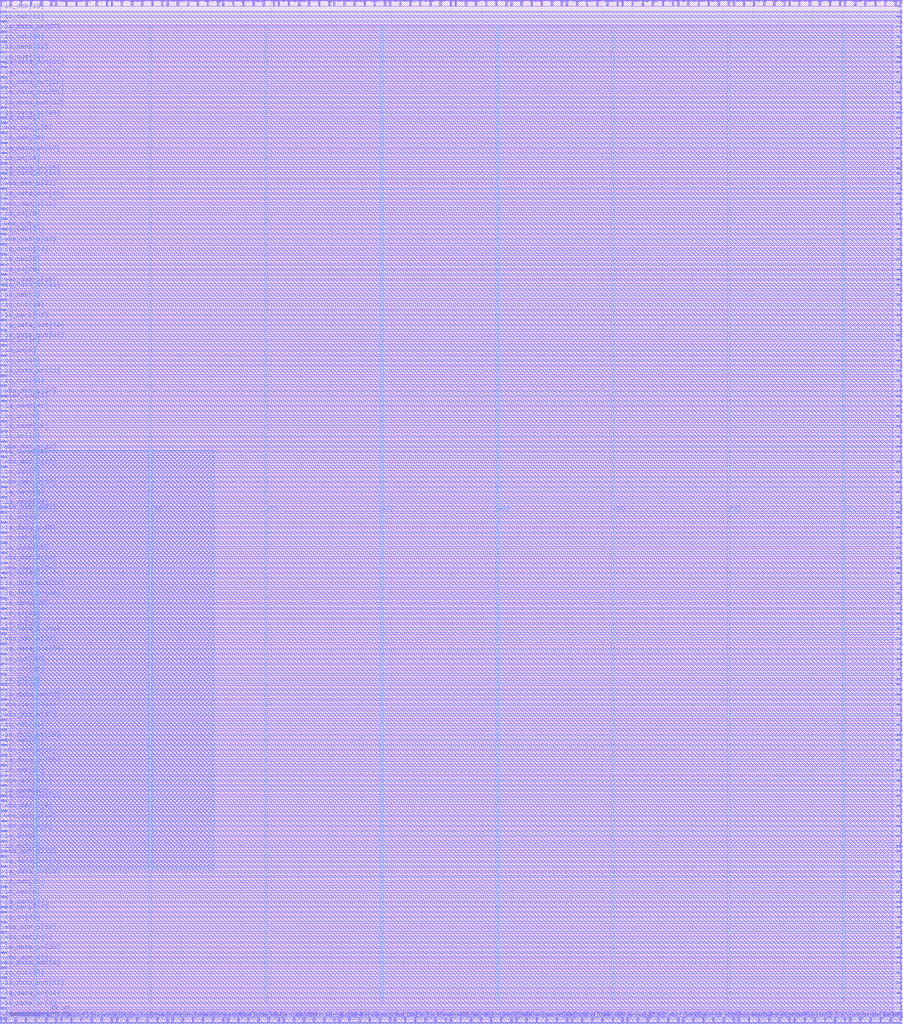
<source format=lef>
VERSION 5.7 ;
  NOWIREEXTENSIONATPIN ON ;
  DIVIDERCHAR "/" ;
  BUSBITCHARS "[]" ;
MACRO tiny_user_project
  CLASS BLOCK ;
  FOREIGN tiny_user_project ;
  ORIGIN 0.000 0.000 ;
  SIZE 600.000 BY 680.000 ;
  PIN io_in[0]
    DIRECTION INPUT ;
    USE SIGNAL ;
    PORT
      LAYER Metal3 ;
        RECT 1.000 443.520 4.000 444.080 ;
    END
  END io_in[0]
  PIN io_in[10]
    DIRECTION INPUT ;
    USE SIGNAL ;
    PORT
      LAYER Metal3 ;
        RECT 1.000 450.240 4.000 450.800 ;
    END
  END io_in[10]
  PIN io_in[11]
    DIRECTION INPUT ;
    USE SIGNAL ;
    PORT
      LAYER Metal3 ;
        RECT 1.000 221.760 4.000 222.320 ;
    END
  END io_in[11]
  PIN io_in[12]
    DIRECTION INPUT ;
    USE SIGNAL ;
    PORT
      LAYER Metal3 ;
        RECT 1.000 386.400 4.000 386.960 ;
    END
  END io_in[12]
  PIN io_in[13]
    DIRECTION INPUT ;
    USE SIGNAL ;
    PORT
      LAYER Metal3 ;
        RECT 1.000 262.080 4.000 262.640 ;
    END
  END io_in[13]
  PIN io_in[14]
    DIRECTION INPUT ;
    USE SIGNAL ;
    PORT
      LAYER Metal3 ;
        RECT 1.000 225.120 4.000 225.680 ;
    END
  END io_in[14]
  PIN io_in[15]
    DIRECTION INPUT ;
    USE SIGNAL ;
    PORT
      LAYER Metal2 ;
        RECT 299.040 676.000 299.600 679.000 ;
    END
  END io_in[15]
  PIN io_in[16]
    DIRECTION INPUT ;
    USE SIGNAL ;
    PORT
      LAYER Metal3 ;
        RECT 596.000 168.000 599.000 168.560 ;
    END
  END io_in[16]
  PIN io_in[17]
    DIRECTION INPUT ;
    USE SIGNAL ;
    PORT
      LAYER Metal3 ;
        RECT 596.000 641.760 599.000 642.320 ;
    END
  END io_in[17]
  PIN io_in[18]
    DIRECTION INPUT ;
    USE SIGNAL ;
    PORT
      LAYER Metal2 ;
        RECT 389.760 676.000 390.320 679.000 ;
    END
  END io_in[18]
  PIN io_in[19]
    DIRECTION INPUT ;
    USE SIGNAL ;
    PORT
      LAYER Metal3 ;
        RECT 596.000 26.880 599.000 27.440 ;
    END
  END io_in[19]
  PIN io_in[1]
    DIRECTION INPUT ;
    USE SIGNAL ;
    PORT
      LAYER Metal2 ;
        RECT 36.960 676.000 37.520 679.000 ;
    END
  END io_in[1]
  PIN io_in[20]
    DIRECTION INPUT ;
    USE SIGNAL ;
    PORT
      LAYER Metal2 ;
        RECT 470.400 676.000 470.960 679.000 ;
    END
  END io_in[20]
  PIN io_in[21]
    DIRECTION INPUT ;
    USE SIGNAL ;
    PORT
      LAYER Metal2 ;
        RECT 450.240 1.000 450.800 4.000 ;
    END
  END io_in[21]
  PIN io_in[22]
    DIRECTION INPUT ;
    USE SIGNAL ;
    PORT
      LAYER Metal2 ;
        RECT 598.080 676.000 598.640 679.000 ;
    END
  END io_in[22]
  PIN io_in[23]
    DIRECTION INPUT ;
    USE SIGNAL ;
    PORT
      LAYER Metal3 ;
        RECT 596.000 594.720 599.000 595.280 ;
    END
  END io_in[23]
  PIN io_in[24]
    DIRECTION INPUT ;
    USE SIGNAL ;
    PORT
      LAYER Metal2 ;
        RECT 527.520 1.000 528.080 4.000 ;
    END
  END io_in[24]
  PIN io_in[25]
    DIRECTION INPUT ;
    USE SIGNAL ;
    PORT
      LAYER Metal2 ;
        RECT 84.000 1.000 84.560 4.000 ;
    END
  END io_in[25]
  PIN io_in[26]
    DIRECTION INPUT ;
    USE SIGNAL ;
    PORT
      LAYER Metal3 ;
        RECT 1.000 534.240 4.000 534.800 ;
    END
  END io_in[26]
  PIN io_in[27]
    DIRECTION INPUT ;
    USE SIGNAL ;
    PORT
      LAYER Metal3 ;
        RECT 1.000 436.800 4.000 437.360 ;
    END
  END io_in[27]
  PIN io_in[28]
    DIRECTION INPUT ;
    USE SIGNAL ;
    PORT
      LAYER Metal3 ;
        RECT 1.000 497.280 4.000 497.840 ;
    END
  END io_in[28]
  PIN io_in[29]
    DIRECTION INPUT ;
    USE SIGNAL ;
    PORT
      LAYER Metal3 ;
        RECT 1.000 399.840 4.000 400.400 ;
    END
  END io_in[29]
  PIN io_in[2]
    DIRECTION INPUT ;
    USE SIGNAL ;
    PORT
      LAYER Metal3 ;
        RECT 596.000 675.360 599.000 675.920 ;
    END
  END io_in[2]
  PIN io_in[30]
    DIRECTION INPUT ;
    USE SIGNAL ;
    PORT
      LAYER Metal2 ;
        RECT 416.640 1.000 417.200 4.000 ;
    END
  END io_in[30]
  PIN io_in[31]
    DIRECTION INPUT ;
    USE SIGNAL ;
    PORT
      LAYER Metal3 ;
        RECT 1.000 268.800 4.000 269.360 ;
    END
  END io_in[31]
  PIN io_in[32]
    DIRECTION INPUT ;
    USE SIGNAL ;
    PORT
      LAYER Metal2 ;
        RECT 540.960 1.000 541.520 4.000 ;
    END
  END io_in[32]
  PIN io_in[33]
    DIRECTION INPUT ;
    USE SIGNAL ;
    PORT
      LAYER Metal3 ;
        RECT 1.000 67.200 4.000 67.760 ;
    END
  END io_in[33]
  PIN io_in[34]
    DIRECTION INPUT ;
    USE SIGNAL ;
    PORT
      LAYER Metal3 ;
        RECT 1.000 571.200 4.000 571.760 ;
    END
  END io_in[34]
  PIN io_in[35]
    DIRECTION INPUT ;
    USE SIGNAL ;
    PORT
      LAYER Metal2 ;
        RECT 530.880 676.000 531.440 679.000 ;
    END
  END io_in[35]
  PIN io_in[36]
    DIRECTION INPUT ;
    USE SIGNAL ;
    PORT
      LAYER Metal3 ;
        RECT 596.000 604.800 599.000 605.360 ;
    END
  END io_in[36]
  PIN io_in[37]
    DIRECTION INPUT ;
    USE SIGNAL ;
    PORT
      LAYER Metal3 ;
        RECT 596.000 527.520 599.000 528.080 ;
    END
  END io_in[37]
  PIN io_in[3]
    DIRECTION INPUT ;
    USE SIGNAL ;
    PORT
      LAYER Metal3 ;
        RECT 596.000 668.640 599.000 669.200 ;
    END
  END io_in[3]
  PIN io_in[4]
    DIRECTION INPUT ;
    USE SIGNAL ;
    PORT
      LAYER Metal3 ;
        RECT 596.000 329.280 599.000 329.840 ;
    END
  END io_in[4]
  PIN io_in[5]
    DIRECTION INPUT ;
    USE SIGNAL ;
    PORT
      LAYER Metal3 ;
        RECT 1.000 120.960 4.000 121.520 ;
    END
  END io_in[5]
  PIN io_in[6]
    DIRECTION INPUT ;
    USE SIGNAL ;
    PORT
      LAYER Metal3 ;
        RECT 596.000 161.280 599.000 161.840 ;
    END
  END io_in[6]
  PIN io_in[7]
    DIRECTION INPUT ;
    USE SIGNAL ;
    PORT
      LAYER Metal2 ;
        RECT 483.840 676.000 484.400 679.000 ;
    END
  END io_in[7]
  PIN io_in[8]
    DIRECTION INPUT ;
    USE SIGNAL ;
    PORT
      LAYER Metal3 ;
        RECT 1.000 295.680 4.000 296.240 ;
    END
  END io_in[8]
  PIN io_in[9]
    DIRECTION INPUT ;
    USE SIGNAL ;
    PORT
      LAYER Metal3 ;
        RECT 1.000 332.640 4.000 333.200 ;
    END
  END io_in[9]
  PIN io_oeb[0]
    DIRECTION OUTPUT TRISTATE ;
    USE SIGNAL ;
    PORT
      LAYER Metal3 ;
        RECT 596.000 490.560 599.000 491.120 ;
    END
  END io_oeb[0]
  PIN io_oeb[10]
    DIRECTION OUTPUT TRISTATE ;
    USE SIGNAL ;
    PORT
      LAYER Metal3 ;
        RECT 596.000 453.600 599.000 454.160 ;
    END
  END io_oeb[10]
  PIN io_oeb[11]
    DIRECTION OUTPUT TRISTATE ;
    USE SIGNAL ;
    PORT
      LAYER Metal3 ;
        RECT 1.000 665.280 4.000 665.840 ;
    END
  END io_oeb[11]
  PIN io_oeb[12]
    DIRECTION OUTPUT TRISTATE ;
    USE SIGNAL ;
    PORT
      LAYER Metal2 ;
        RECT 393.120 1.000 393.680 4.000 ;
    END
  END io_oeb[12]
  PIN io_oeb[13]
    DIRECTION OUTPUT TRISTATE ;
    USE SIGNAL ;
    PORT
      LAYER Metal3 ;
        RECT 1.000 164.640 4.000 165.200 ;
    END
  END io_oeb[13]
  PIN io_oeb[14]
    DIRECTION OUTPUT TRISTATE ;
    USE SIGNAL ;
    PORT
      LAYER Metal2 ;
        RECT 584.640 1.000 585.200 4.000 ;
    END
  END io_oeb[14]
  PIN io_oeb[15]
    DIRECTION OUTPUT TRISTATE ;
    USE SIGNAL ;
    PORT
      LAYER Metal2 ;
        RECT 366.240 676.000 366.800 679.000 ;
    END
  END io_oeb[15]
  PIN io_oeb[16]
    DIRECTION OUTPUT TRISTATE ;
    USE SIGNAL ;
    PORT
      LAYER Metal2 ;
        RECT 184.800 1.000 185.360 4.000 ;
    END
  END io_oeb[16]
  PIN io_oeb[17]
    DIRECTION OUTPUT TRISTATE ;
    USE SIGNAL ;
    PORT
      LAYER Metal2 ;
        RECT 60.480 1.000 61.040 4.000 ;
    END
  END io_oeb[17]
  PIN io_oeb[18]
    DIRECTION OUTPUT TRISTATE ;
    USE SIGNAL ;
    PORT
      LAYER Metal3 ;
        RECT 1.000 672.000 4.000 672.560 ;
    END
  END io_oeb[18]
  PIN io_oeb[19]
    DIRECTION OUTPUT TRISTATE ;
    USE SIGNAL ;
    PORT
      LAYER Metal2 ;
        RECT 184.800 676.000 185.360 679.000 ;
    END
  END io_oeb[19]
  PIN io_oeb[1]
    DIRECTION OUTPUT TRISTATE ;
    USE SIGNAL ;
    PORT
      LAYER Metal2 ;
        RECT 131.040 676.000 131.600 679.000 ;
    END
  END io_oeb[1]
  PIN io_oeb[20]
    DIRECTION OUTPUT TRISTATE ;
    USE SIGNAL ;
    PORT
      LAYER Metal2 ;
        RECT 329.280 676.000 329.840 679.000 ;
    END
  END io_oeb[20]
  PIN io_oeb[21]
    DIRECTION OUTPUT TRISTATE ;
    USE SIGNAL ;
    PORT
      LAYER Metal2 ;
        RECT 547.680 1.000 548.240 4.000 ;
    END
  END io_oeb[21]
  PIN io_oeb[22]
    DIRECTION OUTPUT TRISTATE ;
    USE SIGNAL ;
    PORT
      LAYER Metal3 ;
        RECT 596.000 204.960 599.000 205.520 ;
    END
  END io_oeb[22]
  PIN io_oeb[23]
    DIRECTION OUTPUT TRISTATE ;
    USE SIGNAL ;
    PORT
      LAYER Metal2 ;
        RECT 581.280 676.000 581.840 679.000 ;
    END
  END io_oeb[23]
  PIN io_oeb[24]
    DIRECTION OUTPUT TRISTATE ;
    USE SIGNAL ;
    PORT
      LAYER Metal3 ;
        RECT 1.000 184.800 4.000 185.360 ;
    END
  END io_oeb[24]
  PIN io_oeb[25]
    DIRECTION OUTPUT TRISTATE ;
    USE SIGNAL ;
    PORT
      LAYER Metal3 ;
        RECT 1.000 90.720 4.000 91.280 ;
    END
  END io_oeb[25]
  PIN io_oeb[26]
    DIRECTION OUTPUT TRISTATE ;
    USE SIGNAL ;
    PORT
      LAYER Metal3 ;
        RECT 1.000 584.640 4.000 585.200 ;
    END
  END io_oeb[26]
  PIN io_oeb[27]
    DIRECTION OUTPUT TRISTATE ;
    USE SIGNAL ;
    PORT
      LAYER Metal2 ;
        RECT 534.240 1.000 534.800 4.000 ;
    END
  END io_oeb[27]
  PIN io_oeb[28]
    DIRECTION OUTPUT TRISTATE ;
    USE SIGNAL ;
    PORT
      LAYER Metal3 ;
        RECT 1.000 651.840 4.000 652.400 ;
    END
  END io_oeb[28]
  PIN io_oeb[29]
    DIRECTION OUTPUT TRISTATE ;
    USE SIGNAL ;
    PORT
      LAYER Metal3 ;
        RECT 596.000 366.240 599.000 366.800 ;
    END
  END io_oeb[29]
  PIN io_oeb[2]
    DIRECTION OUTPUT TRISTATE ;
    USE SIGNAL ;
    PORT
      LAYER Metal3 ;
        RECT 596.000 285.600 599.000 286.160 ;
    END
  END io_oeb[2]
  PIN io_oeb[30]
    DIRECTION OUTPUT TRISTATE ;
    USE SIGNAL ;
    PORT
      LAYER Metal3 ;
        RECT 596.000 0.000 599.000 0.560 ;
    END
  END io_oeb[30]
  PIN io_oeb[31]
    DIRECTION OUTPUT TRISTATE ;
    USE SIGNAL ;
    PORT
      LAYER Metal3 ;
        RECT 1.000 194.880 4.000 195.440 ;
    END
  END io_oeb[31]
  PIN io_oeb[32]
    DIRECTION OUTPUT TRISTATE ;
    USE SIGNAL ;
    PORT
      LAYER Metal2 ;
        RECT 520.800 676.000 521.360 679.000 ;
    END
  END io_oeb[32]
  PIN io_oeb[33]
    DIRECTION OUTPUT TRISTATE ;
    USE SIGNAL ;
    PORT
      LAYER Metal3 ;
        RECT 596.000 144.480 599.000 145.040 ;
    END
  END io_oeb[33]
  PIN io_oeb[34]
    DIRECTION OUTPUT TRISTATE ;
    USE SIGNAL ;
    PORT
      LAYER Metal3 ;
        RECT 1.000 524.160 4.000 524.720 ;
    END
  END io_oeb[34]
  PIN io_oeb[35]
    DIRECTION OUTPUT TRISTATE ;
    USE SIGNAL ;
    PORT
      LAYER Metal3 ;
        RECT 596.000 618.240 599.000 618.800 ;
    END
  END io_oeb[35]
  PIN io_oeb[36]
    DIRECTION OUTPUT TRISTATE ;
    USE SIGNAL ;
    PORT
      LAYER Metal2 ;
        RECT 315.840 676.000 316.400 679.000 ;
    END
  END io_oeb[36]
  PIN io_oeb[37]
    DIRECTION OUTPUT TRISTATE ;
    USE SIGNAL ;
    PORT
      LAYER Metal3 ;
        RECT 596.000 299.040 599.000 299.600 ;
    END
  END io_oeb[37]
  PIN io_oeb[3]
    DIRECTION OUTPUT TRISTATE ;
    USE SIGNAL ;
    PORT
      LAYER Metal3 ;
        RECT 1.000 480.480 4.000 481.040 ;
    END
  END io_oeb[3]
  PIN io_oeb[4]
    DIRECTION OUTPUT TRISTATE ;
    USE SIGNAL ;
    PORT
      LAYER Metal3 ;
        RECT 1.000 84.000 4.000 84.560 ;
    END
  END io_oeb[4]
  PIN io_oeb[5]
    DIRECTION OUTPUT TRISTATE ;
    USE SIGNAL ;
    PORT
      LAYER Metal2 ;
        RECT 426.720 676.000 427.280 679.000 ;
    END
  END io_oeb[5]
  PIN io_oeb[6]
    DIRECTION OUTPUT TRISTATE ;
    USE SIGNAL ;
    PORT
      LAYER Metal3 ;
        RECT 1.000 504.000 4.000 504.560 ;
    END
  END io_oeb[6]
  PIN io_oeb[7]
    DIRECTION OUTPUT TRISTATE ;
    USE SIGNAL ;
    PORT
      LAYER Metal2 ;
        RECT 265.440 676.000 266.000 679.000 ;
    END
  END io_oeb[7]
  PIN io_oeb[8]
    DIRECTION OUTPUT TRISTATE ;
    USE SIGNAL ;
    PORT
      LAYER Metal3 ;
        RECT 1.000 319.200 4.000 319.760 ;
    END
  END io_oeb[8]
  PIN io_oeb[9]
    DIRECTION OUTPUT TRISTATE ;
    USE SIGNAL ;
    PORT
      LAYER Metal3 ;
        RECT 596.000 661.920 599.000 662.480 ;
    END
  END io_oeb[9]
  PIN io_out[0]
    DIRECTION OUTPUT TRISTATE ;
    USE SIGNAL ;
    PORT
      LAYER Metal2 ;
        RECT 63.840 676.000 64.400 679.000 ;
    END
  END io_out[0]
  PIN io_out[10]
    DIRECTION OUTPUT TRISTATE ;
    USE SIGNAL ;
    PORT
      LAYER Metal2 ;
        RECT 154.560 676.000 155.120 679.000 ;
    END
  END io_out[10]
  PIN io_out[11]
    DIRECTION OUTPUT TRISTATE ;
    USE SIGNAL ;
    PORT
      LAYER Metal2 ;
        RECT 413.280 1.000 413.840 4.000 ;
    END
  END io_out[11]
  PIN io_out[12]
    DIRECTION OUTPUT TRISTATE ;
    USE SIGNAL ;
    PORT
      LAYER Metal2 ;
        RECT 588.000 676.000 588.560 679.000 ;
    END
  END io_out[12]
  PIN io_out[13]
    DIRECTION OUTPUT TRISTATE ;
    USE SIGNAL ;
    PORT
      LAYER Metal3 ;
        RECT 1.000 638.400 4.000 638.960 ;
    END
  END io_out[13]
  PIN io_out[14]
    DIRECTION OUTPUT TRISTATE ;
    USE SIGNAL ;
    PORT
      LAYER Metal3 ;
        RECT 1.000 473.760 4.000 474.320 ;
    END
  END io_out[14]
  PIN io_out[15]
    DIRECTION OUTPUT TRISTATE ;
    USE SIGNAL ;
    PORT
      LAYER Metal2 ;
        RECT 258.720 1.000 259.280 4.000 ;
    END
  END io_out[15]
  PIN io_out[16]
    DIRECTION OUTPUT TRISTATE ;
    USE SIGNAL ;
    PORT
      LAYER Metal3 ;
        RECT 596.000 574.560 599.000 575.120 ;
    END
  END io_out[16]
  PIN io_out[17]
    DIRECTION OUTPUT TRISTATE ;
    USE SIGNAL ;
    PORT
      LAYER Metal2 ;
        RECT 73.920 1.000 74.480 4.000 ;
    END
  END io_out[17]
  PIN io_out[18]
    DIRECTION OUTPUT TRISTATE ;
    USE SIGNAL ;
    PORT
      LAYER Metal2 ;
        RECT 598.080 1.000 598.640 4.000 ;
    END
  END io_out[18]
  PIN io_out[19]
    DIRECTION OUTPUT TRISTATE ;
    USE SIGNAL ;
    PORT
      LAYER Metal2 ;
        RECT 100.800 676.000 101.360 679.000 ;
    END
  END io_out[19]
  PIN io_out[1]
    DIRECTION OUTPUT TRISTATE ;
    USE SIGNAL ;
    PORT
      LAYER Metal2 ;
        RECT 40.320 1.000 40.880 4.000 ;
    END
  END io_out[1]
  PIN io_out[20]
    DIRECTION OUTPUT TRISTATE ;
    USE SIGNAL ;
    PORT
      LAYER Metal3 ;
        RECT 596.000 100.800 599.000 101.360 ;
    END
  END io_out[20]
  PIN io_out[21]
    DIRECTION OUTPUT TRISTATE ;
    USE SIGNAL ;
    PORT
      LAYER Metal3 ;
        RECT 1.000 423.360 4.000 423.920 ;
    END
  END io_out[21]
  PIN io_out[22]
    DIRECTION OUTPUT TRISTATE ;
    USE SIGNAL ;
    PORT
      LAYER Metal3 ;
        RECT 596.000 181.440 599.000 182.000 ;
    END
  END io_out[22]
  PIN io_out[23]
    DIRECTION OUTPUT TRISTATE ;
    USE SIGNAL ;
    PORT
      LAYER Metal3 ;
        RECT 1.000 238.560 4.000 239.120 ;
    END
  END io_out[23]
  PIN io_out[24]
    DIRECTION OUTPUT TRISTATE ;
    USE SIGNAL ;
    PORT
      LAYER Metal2 ;
        RECT 561.120 1.000 561.680 4.000 ;
    END
  END io_out[24]
  PIN io_out[25]
    DIRECTION OUTPUT TRISTATE ;
    USE SIGNAL ;
    PORT
      LAYER Metal3 ;
        RECT 596.000 57.120 599.000 57.680 ;
    END
  END io_out[25]
  PIN io_out[26]
    DIRECTION OUTPUT TRISTATE ;
    USE SIGNAL ;
    PORT
      LAYER Metal2 ;
        RECT 268.800 1.000 269.360 4.000 ;
    END
  END io_out[26]
  PIN io_out[27]
    DIRECTION OUTPUT TRISTATE ;
    USE SIGNAL ;
    PORT
      LAYER Metal2 ;
        RECT 215.040 1.000 215.600 4.000 ;
    END
  END io_out[27]
  PIN io_out[28]
    DIRECTION OUTPUT TRISTATE ;
    USE SIGNAL ;
    PORT
      LAYER Metal2 ;
        RECT 409.920 676.000 410.480 679.000 ;
    END
  END io_out[28]
  PIN io_out[29]
    DIRECTION OUTPUT TRISTATE ;
    USE SIGNAL ;
    PORT
      LAYER Metal2 ;
        RECT 436.800 1.000 437.360 4.000 ;
    END
  END io_out[29]
  PIN io_out[2]
    DIRECTION OUTPUT TRISTATE ;
    USE SIGNAL ;
    PORT
      LAYER Metal3 ;
        RECT 596.000 265.440 599.000 266.000 ;
    END
  END io_out[2]
  PIN io_out[30]
    DIRECTION OUTPUT TRISTATE ;
    USE SIGNAL ;
    PORT
      LAYER Metal2 ;
        RECT 544.320 676.000 544.880 679.000 ;
    END
  END io_out[30]
  PIN io_out[31]
    DIRECTION OUTPUT TRISTATE ;
    USE SIGNAL ;
    PORT
      LAYER Metal2 ;
        RECT 225.120 1.000 225.680 4.000 ;
    END
  END io_out[31]
  PIN io_out[32]
    DIRECTION OUTPUT TRISTATE ;
    USE SIGNAL ;
    PORT
      LAYER Metal2 ;
        RECT 359.520 676.000 360.080 679.000 ;
    END
  END io_out[32]
  PIN io_out[33]
    DIRECTION OUTPUT TRISTATE ;
    USE SIGNAL ;
    PORT
      LAYER Metal3 ;
        RECT 1.000 231.840 4.000 232.400 ;
    END
  END io_out[33]
  PIN io_out[34]
    DIRECTION OUTPUT TRISTATE ;
    USE SIGNAL ;
    PORT
      LAYER Metal2 ;
        RECT 423.360 1.000 423.920 4.000 ;
    END
  END io_out[34]
  PIN io_out[35]
    DIRECTION OUTPUT TRISTATE ;
    USE SIGNAL ;
    PORT
      LAYER Metal2 ;
        RECT 379.680 1.000 380.240 4.000 ;
    END
  END io_out[35]
  PIN io_out[36]
    DIRECTION OUTPUT TRISTATE ;
    USE SIGNAL ;
    PORT
      LAYER Metal2 ;
        RECT 151.200 1.000 151.760 4.000 ;
    END
  END io_out[36]
  PIN io_out[37]
    DIRECTION OUTPUT TRISTATE ;
    USE SIGNAL ;
    PORT
      LAYER Metal3 ;
        RECT 1.000 30.240 4.000 30.800 ;
    END
  END io_out[37]
  PIN io_out[3]
    DIRECTION OUTPUT TRISTATE ;
    USE SIGNAL ;
    PORT
      LAYER Metal2 ;
        RECT 255.360 676.000 255.920 679.000 ;
    END
  END io_out[3]
  PIN io_out[4]
    DIRECTION OUTPUT TRISTATE ;
    USE SIGNAL ;
    PORT
      LAYER Metal2 ;
        RECT 295.680 1.000 296.240 4.000 ;
    END
  END io_out[4]
  PIN io_out[5]
    DIRECTION OUTPUT TRISTATE ;
    USE SIGNAL ;
    PORT
      LAYER Metal2 ;
        RECT 228.480 676.000 229.040 679.000 ;
    END
  END io_out[5]
  PIN io_out[6]
    DIRECTION OUTPUT TRISTATE ;
    USE SIGNAL ;
    PORT
      LAYER Metal3 ;
        RECT 1.000 114.240 4.000 114.800 ;
    END
  END io_out[6]
  PIN io_out[7]
    DIRECTION OUTPUT TRISTATE ;
    USE SIGNAL ;
    PORT
      LAYER Metal3 ;
        RECT 1.000 362.880 4.000 363.440 ;
    END
  END io_out[7]
  PIN io_out[8]
    DIRECTION OUTPUT TRISTATE ;
    USE SIGNAL ;
    PORT
      LAYER Metal2 ;
        RECT 467.040 1.000 467.600 4.000 ;
    END
  END io_out[8]
  PIN io_out[9]
    DIRECTION OUTPUT TRISTATE ;
    USE SIGNAL ;
    PORT
      LAYER Metal2 ;
        RECT 164.640 1.000 165.200 4.000 ;
    END
  END io_out[9]
  PIN la_data_in[0]
    DIRECTION INPUT ;
    USE SIGNAL ;
    PORT
      LAYER Metal3 ;
        RECT 1.000 325.920 4.000 326.480 ;
    END
  END la_data_in[0]
  PIN la_data_in[10]
    DIRECTION INPUT ;
    USE SIGNAL ;
    PORT
      LAYER Metal3 ;
        RECT 596.000 638.400 599.000 638.960 ;
    END
  END la_data_in[10]
  PIN la_data_in[11]
    DIRECTION INPUT ;
    USE SIGNAL ;
    PORT
      LAYER Metal3 ;
        RECT 596.000 322.560 599.000 323.120 ;
    END
  END la_data_in[11]
  PIN la_data_in[12]
    DIRECTION INPUT ;
    USE SIGNAL ;
    PORT
      LAYER Metal2 ;
        RECT 194.880 1.000 195.440 4.000 ;
    END
  END la_data_in[12]
  PIN la_data_in[13]
    DIRECTION INPUT ;
    USE SIGNAL ;
    PORT
      LAYER Metal2 ;
        RECT 218.400 676.000 218.960 679.000 ;
    END
  END la_data_in[13]
  PIN la_data_in[14]
    DIRECTION INPUT ;
    USE SIGNAL ;
    PORT
      LAYER Metal3 ;
        RECT 1.000 561.120 4.000 561.680 ;
    END
  END la_data_in[14]
  PIN la_data_in[15]
    DIRECTION INPUT ;
    USE SIGNAL ;
    PORT
      LAYER Metal3 ;
        RECT 596.000 500.640 599.000 501.200 ;
    END
  END la_data_in[15]
  PIN la_data_in[16]
    DIRECTION INPUT ;
    USE SIGNAL ;
    PORT
      LAYER Metal2 ;
        RECT 20.160 676.000 20.720 679.000 ;
    END
  END la_data_in[16]
  PIN la_data_in[17]
    DIRECTION INPUT ;
    USE SIGNAL ;
    PORT
      LAYER Metal3 ;
        RECT 596.000 137.760 599.000 138.320 ;
    END
  END la_data_in[17]
  PIN la_data_in[18]
    DIRECTION INPUT ;
    USE SIGNAL ;
    PORT
      LAYER Metal2 ;
        RECT 278.880 676.000 279.440 679.000 ;
    END
  END la_data_in[18]
  PIN la_data_in[19]
    DIRECTION INPUT ;
    USE SIGNAL ;
    PORT
      LAYER Metal3 ;
        RECT 1.000 97.440 4.000 98.000 ;
    END
  END la_data_in[19]
  PIN la_data_in[1]
    DIRECTION INPUT ;
    USE SIGNAL ;
    PORT
      LAYER Metal2 ;
        RECT 107.520 676.000 108.080 679.000 ;
    END
  END la_data_in[1]
  PIN la_data_in[20]
    DIRECTION INPUT ;
    USE SIGNAL ;
    PORT
      LAYER Metal3 ;
        RECT 596.000 174.720 599.000 175.280 ;
    END
  END la_data_in[20]
  PIN la_data_in[21]
    DIRECTION INPUT ;
    USE SIGNAL ;
    PORT
      LAYER Metal3 ;
        RECT 1.000 487.200 4.000 487.760 ;
    END
  END la_data_in[21]
  PIN la_data_in[22]
    DIRECTION INPUT ;
    USE SIGNAL ;
    PORT
      LAYER Metal3 ;
        RECT 1.000 282.240 4.000 282.800 ;
    END
  END la_data_in[22]
  PIN la_data_in[23]
    DIRECTION INPUT ;
    USE SIGNAL ;
    PORT
      LAYER Metal3 ;
        RECT 596.000 520.800 599.000 521.360 ;
    END
  END la_data_in[23]
  PIN la_data_in[24]
    DIRECTION INPUT ;
    USE SIGNAL ;
    PORT
      LAYER Metal2 ;
        RECT 285.600 676.000 286.160 679.000 ;
    END
  END la_data_in[24]
  PIN la_data_in[25]
    DIRECTION INPUT ;
    USE SIGNAL ;
    PORT
      LAYER Metal2 ;
        RECT 94.080 676.000 94.640 679.000 ;
    END
  END la_data_in[25]
  PIN la_data_in[26]
    DIRECTION INPUT ;
    USE SIGNAL ;
    PORT
      LAYER Metal2 ;
        RECT 352.800 676.000 353.360 679.000 ;
    END
  END la_data_in[26]
  PIN la_data_in[27]
    DIRECTION INPUT ;
    USE SIGNAL ;
    PORT
      LAYER Metal3 ;
        RECT 1.000 577.920 4.000 578.480 ;
    END
  END la_data_in[27]
  PIN la_data_in[28]
    DIRECTION INPUT ;
    USE SIGNAL ;
    PORT
      LAYER Metal3 ;
        RECT 1.000 601.440 4.000 602.000 ;
    END
  END la_data_in[28]
  PIN la_data_in[29]
    DIRECTION INPUT ;
    USE SIGNAL ;
    PORT
      LAYER Metal3 ;
        RECT 596.000 198.240 599.000 198.800 ;
    END
  END la_data_in[29]
  PIN la_data_in[2]
    DIRECTION INPUT ;
    USE SIGNAL ;
    PORT
      LAYER Metal2 ;
        RECT 241.920 676.000 242.480 679.000 ;
    END
  END la_data_in[2]
  PIN la_data_in[30]
    DIRECTION INPUT ;
    USE SIGNAL ;
    PORT
      LAYER Metal3 ;
        RECT 1.000 47.040 4.000 47.600 ;
    END
  END la_data_in[30]
  PIN la_data_in[31]
    DIRECTION INPUT ;
    USE SIGNAL ;
    PORT
      LAYER Metal2 ;
        RECT 500.640 676.000 501.200 679.000 ;
    END
  END la_data_in[31]
  PIN la_data_in[32]
    DIRECTION INPUT ;
    USE SIGNAL ;
    PORT
      LAYER Metal3 ;
        RECT 1.000 258.720 4.000 259.280 ;
    END
  END la_data_in[32]
  PIN la_data_in[33]
    DIRECTION INPUT ;
    USE SIGNAL ;
    PORT
      LAYER Metal3 ;
        RECT 1.000 430.080 4.000 430.640 ;
    END
  END la_data_in[33]
  PIN la_data_in[34]
    DIRECTION INPUT ;
    USE SIGNAL ;
    PORT
      LAYER Metal2 ;
        RECT 6.720 676.000 7.280 679.000 ;
    END
  END la_data_in[34]
  PIN la_data_in[35]
    DIRECTION INPUT ;
    USE SIGNAL ;
    PORT
      LAYER Metal3 ;
        RECT 1.000 564.480 4.000 565.040 ;
    END
  END la_data_in[35]
  PIN la_data_in[36]
    DIRECTION INPUT ;
    USE SIGNAL ;
    PORT
      LAYER Metal2 ;
        RECT 453.600 1.000 454.160 4.000 ;
    END
  END la_data_in[36]
  PIN la_data_in[37]
    DIRECTION INPUT ;
    USE SIGNAL ;
    PORT
      LAYER Metal3 ;
        RECT 1.000 628.320 4.000 628.880 ;
    END
  END la_data_in[37]
  PIN la_data_in[38]
    DIRECTION INPUT ;
    USE SIGNAL ;
    PORT
      LAYER Metal2 ;
        RECT 288.960 1.000 289.520 4.000 ;
    END
  END la_data_in[38]
  PIN la_data_in[39]
    DIRECTION INPUT ;
    USE SIGNAL ;
    PORT
      LAYER Metal2 ;
        RECT 309.120 676.000 309.680 679.000 ;
    END
  END la_data_in[39]
  PIN la_data_in[3]
    DIRECTION INPUT ;
    USE SIGNAL ;
    PORT
      LAYER Metal3 ;
        RECT 596.000 389.760 599.000 390.320 ;
    END
  END la_data_in[3]
  PIN la_data_in[40]
    DIRECTION INPUT ;
    USE SIGNAL ;
    PORT
      LAYER Metal2 ;
        RECT 221.760 1.000 222.320 4.000 ;
    END
  END la_data_in[40]
  PIN la_data_in[41]
    DIRECTION INPUT ;
    USE SIGNAL ;
    PORT
      LAYER Metal2 ;
        RECT 305.760 1.000 306.320 4.000 ;
    END
  END la_data_in[41]
  PIN la_data_in[42]
    DIRECTION INPUT ;
    USE SIGNAL ;
    PORT
      LAYER Metal3 ;
        RECT 1.000 215.040 4.000 215.600 ;
    END
  END la_data_in[42]
  PIN la_data_in[43]
    DIRECTION INPUT ;
    USE SIGNAL ;
    PORT
      LAYER Metal2 ;
        RECT 561.120 676.000 561.680 679.000 ;
    END
  END la_data_in[43]
  PIN la_data_in[44]
    DIRECTION INPUT ;
    USE SIGNAL ;
    PORT
      LAYER Metal3 ;
        RECT 596.000 43.680 599.000 44.240 ;
    END
  END la_data_in[44]
  PIN la_data_in[45]
    DIRECTION INPUT ;
    USE SIGNAL ;
    PORT
      LAYER Metal2 ;
        RECT 208.320 1.000 208.880 4.000 ;
    END
  END la_data_in[45]
  PIN la_data_in[46]
    DIRECTION INPUT ;
    USE SIGNAL ;
    PORT
      LAYER Metal3 ;
        RECT 596.000 507.360 599.000 507.920 ;
    END
  END la_data_in[46]
  PIN la_data_in[47]
    DIRECTION INPUT ;
    USE SIGNAL ;
    PORT
      LAYER Metal2 ;
        RECT 399.840 1.000 400.400 4.000 ;
    END
  END la_data_in[47]
  PIN la_data_in[48]
    DIRECTION INPUT ;
    USE SIGNAL ;
    PORT
      LAYER Metal2 ;
        RECT 258.720 676.000 259.280 679.000 ;
    END
  END la_data_in[48]
  PIN la_data_in[49]
    DIRECTION INPUT ;
    USE SIGNAL ;
    PORT
      LAYER Metal2 ;
        RECT 204.960 676.000 205.520 679.000 ;
    END
  END la_data_in[49]
  PIN la_data_in[4]
    DIRECTION INPUT ;
    USE SIGNAL ;
    PORT
      LAYER Metal2 ;
        RECT 13.440 676.000 14.000 679.000 ;
    END
  END la_data_in[4]
  PIN la_data_in[50]
    DIRECTION INPUT ;
    USE SIGNAL ;
    PORT
      LAYER Metal2 ;
        RECT 211.680 676.000 212.240 679.000 ;
    END
  END la_data_in[50]
  PIN la_data_in[51]
    DIRECTION INPUT ;
    USE SIGNAL ;
    PORT
      LAYER Metal2 ;
        RECT 299.040 1.000 299.600 4.000 ;
    END
  END la_data_in[51]
  PIN la_data_in[52]
    DIRECTION INPUT ;
    USE SIGNAL ;
    PORT
      LAYER Metal3 ;
        RECT 596.000 255.360 599.000 255.920 ;
    END
  END la_data_in[52]
  PIN la_data_in[53]
    DIRECTION INPUT ;
    USE SIGNAL ;
    PORT
      LAYER Metal2 ;
        RECT 456.960 676.000 457.520 679.000 ;
    END
  END la_data_in[53]
  PIN la_data_in[54]
    DIRECTION INPUT ;
    USE SIGNAL ;
    PORT
      LAYER Metal2 ;
        RECT 413.280 676.000 413.840 679.000 ;
    END
  END la_data_in[54]
  PIN la_data_in[55]
    DIRECTION INPUT ;
    USE SIGNAL ;
    PORT
      LAYER Metal3 ;
        RECT 1.000 171.360 4.000 171.920 ;
    END
  END la_data_in[55]
  PIN la_data_in[56]
    DIRECTION INPUT ;
    USE SIGNAL ;
    PORT
      LAYER Metal3 ;
        RECT 1.000 188.160 4.000 188.720 ;
    END
  END la_data_in[56]
  PIN la_data_in[57]
    DIRECTION INPUT ;
    USE SIGNAL ;
    PORT
      LAYER Metal3 ;
        RECT 1.000 658.560 4.000 659.120 ;
    END
  END la_data_in[57]
  PIN la_data_in[58]
    DIRECTION INPUT ;
    USE SIGNAL ;
    PORT
      LAYER Metal2 ;
        RECT 231.840 1.000 232.400 4.000 ;
    END
  END la_data_in[58]
  PIN la_data_in[59]
    DIRECTION INPUT ;
    USE SIGNAL ;
    PORT
      LAYER Metal3 ;
        RECT 596.000 624.960 599.000 625.520 ;
    END
  END la_data_in[59]
  PIN la_data_in[5]
    DIRECTION INPUT ;
    USE SIGNAL ;
    PORT
      LAYER Metal2 ;
        RECT 110.880 1.000 111.440 4.000 ;
    END
  END la_data_in[5]
  PIN la_data_in[60]
    DIRECTION INPUT ;
    USE SIGNAL ;
    PORT
      LAYER Metal3 ;
        RECT 596.000 463.680 599.000 464.240 ;
    END
  END la_data_in[60]
  PIN la_data_in[61]
    DIRECTION INPUT ;
    USE SIGNAL ;
    PORT
      LAYER Metal3 ;
        RECT 1.000 16.800 4.000 17.360 ;
    END
  END la_data_in[61]
  PIN la_data_in[62]
    DIRECTION INPUT ;
    USE SIGNAL ;
    PORT
      LAYER Metal2 ;
        RECT 376.320 1.000 376.880 4.000 ;
    END
  END la_data_in[62]
  PIN la_data_in[63]
    DIRECTION INPUT ;
    USE SIGNAL ;
    PORT
      LAYER Metal2 ;
        RECT 124.320 676.000 124.880 679.000 ;
    END
  END la_data_in[63]
  PIN la_data_in[6]
    DIRECTION INPUT ;
    USE SIGNAL ;
    PORT
      LAYER Metal2 ;
        RECT 127.680 1.000 128.240 4.000 ;
    END
  END la_data_in[6]
  PIN la_data_in[7]
    DIRECTION INPUT ;
    USE SIGNAL ;
    PORT
      LAYER Metal3 ;
        RECT 596.000 272.160 599.000 272.720 ;
    END
  END la_data_in[7]
  PIN la_data_in[8]
    DIRECTION INPUT ;
    USE SIGNAL ;
    PORT
      LAYER Metal3 ;
        RECT 1.000 10.080 4.000 10.640 ;
    END
  END la_data_in[8]
  PIN la_data_in[9]
    DIRECTION INPUT ;
    USE SIGNAL ;
    PORT
      LAYER Metal2 ;
        RECT 537.600 676.000 538.160 679.000 ;
    END
  END la_data_in[9]
  PIN la_data_out[0]
    DIRECTION OUTPUT TRISTATE ;
    USE SIGNAL ;
    PORT
      LAYER Metal2 ;
        RECT 514.080 676.000 514.640 679.000 ;
    END
  END la_data_out[0]
  PIN la_data_out[10]
    DIRECTION OUTPUT TRISTATE ;
    USE SIGNAL ;
    PORT
      LAYER Metal3 ;
        RECT 596.000 383.040 599.000 383.600 ;
    END
  END la_data_out[10]
  PIN la_data_out[11]
    DIRECTION OUTPUT TRISTATE ;
    USE SIGNAL ;
    PORT
      LAYER Metal3 ;
        RECT 1.000 23.520 4.000 24.080 ;
    END
  END la_data_out[11]
  PIN la_data_out[12]
    DIRECTION OUTPUT TRISTATE ;
    USE SIGNAL ;
    PORT
      LAYER Metal3 ;
        RECT 1.000 460.320 4.000 460.880 ;
    END
  END la_data_out[12]
  PIN la_data_out[13]
    DIRECTION OUTPUT TRISTATE ;
    USE SIGNAL ;
    PORT
      LAYER Metal2 ;
        RECT 238.560 1.000 239.120 4.000 ;
    END
  END la_data_out[13]
  PIN la_data_out[14]
    DIRECTION OUTPUT TRISTATE ;
    USE SIGNAL ;
    PORT
      LAYER Metal3 ;
        RECT 596.000 302.400 599.000 302.960 ;
    END
  END la_data_out[14]
  PIN la_data_out[15]
    DIRECTION OUTPUT TRISTATE ;
    USE SIGNAL ;
    PORT
      LAYER Metal3 ;
        RECT 1.000 547.680 4.000 548.240 ;
    END
  END la_data_out[15]
  PIN la_data_out[16]
    DIRECTION OUTPUT TRISTATE ;
    USE SIGNAL ;
    PORT
      LAYER Metal3 ;
        RECT 596.000 396.480 599.000 397.040 ;
    END
  END la_data_out[16]
  PIN la_data_out[17]
    DIRECTION OUTPUT TRISTATE ;
    USE SIGNAL ;
    PORT
      LAYER Metal2 ;
        RECT 272.160 676.000 272.720 679.000 ;
    END
  END la_data_out[17]
  PIN la_data_out[18]
    DIRECTION OUTPUT TRISTATE ;
    USE SIGNAL ;
    PORT
      LAYER Metal3 ;
        RECT 596.000 567.840 599.000 568.400 ;
    END
  END la_data_out[18]
  PIN la_data_out[19]
    DIRECTION OUTPUT TRISTATE ;
    USE SIGNAL ;
    PORT
      LAYER Metal2 ;
        RECT 339.360 1.000 339.920 4.000 ;
    END
  END la_data_out[19]
  PIN la_data_out[1]
    DIRECTION OUTPUT TRISTATE ;
    USE SIGNAL ;
    PORT
      LAYER Metal3 ;
        RECT 596.000 339.360 599.000 339.920 ;
    END
  END la_data_out[1]
  PIN la_data_out[20]
    DIRECTION OUTPUT TRISTATE ;
    USE SIGNAL ;
    PORT
      LAYER Metal3 ;
        RECT 596.000 131.040 599.000 131.600 ;
    END
  END la_data_out[20]
  PIN la_data_out[21]
    DIRECTION OUTPUT TRISTATE ;
    USE SIGNAL ;
    PORT
      LAYER Metal3 ;
        RECT 1.000 635.040 4.000 635.600 ;
    END
  END la_data_out[21]
  PIN la_data_out[22]
    DIRECTION OUTPUT TRISTATE ;
    USE SIGNAL ;
    PORT
      LAYER Metal3 ;
        RECT 596.000 440.160 599.000 440.720 ;
    END
  END la_data_out[22]
  PIN la_data_out[23]
    DIRECTION OUTPUT TRISTATE ;
    USE SIGNAL ;
    PORT
      LAYER Metal2 ;
        RECT 188.160 1.000 188.720 4.000 ;
    END
  END la_data_out[23]
  PIN la_data_out[24]
    DIRECTION OUTPUT TRISTATE ;
    USE SIGNAL ;
    PORT
      LAYER Metal3 ;
        RECT 1.000 288.960 4.000 289.520 ;
    END
  END la_data_out[24]
  PIN la_data_out[25]
    DIRECTION OUTPUT TRISTATE ;
    USE SIGNAL ;
    PORT
      LAYER Metal2 ;
        RECT 342.720 1.000 343.280 4.000 ;
    END
  END la_data_out[25]
  PIN la_data_out[26]
    DIRECTION OUTPUT TRISTATE ;
    USE SIGNAL ;
    PORT
      LAYER Metal3 ;
        RECT 1.000 621.600 4.000 622.160 ;
    END
  END la_data_out[26]
  PIN la_data_out[27]
    DIRECTION OUTPUT TRISTATE ;
    USE SIGNAL ;
    PORT
      LAYER Metal2 ;
        RECT 346.080 676.000 346.640 679.000 ;
    END
  END la_data_out[27]
  PIN la_data_out[28]
    DIRECTION OUTPUT TRISTATE ;
    USE SIGNAL ;
    PORT
      LAYER Metal3 ;
        RECT 596.000 551.040 599.000 551.600 ;
    END
  END la_data_out[28]
  PIN la_data_out[29]
    DIRECTION OUTPUT TRISTATE ;
    USE SIGNAL ;
    PORT
      LAYER Metal2 ;
        RECT 275.520 1.000 276.080 4.000 ;
    END
  END la_data_out[29]
  PIN la_data_out[2]
    DIRECTION OUTPUT TRISTATE ;
    USE SIGNAL ;
    PORT
      LAYER Metal3 ;
        RECT 1.000 147.840 4.000 148.400 ;
    END
  END la_data_out[2]
  PIN la_data_out[30]
    DIRECTION OUTPUT TRISTATE ;
    USE SIGNAL ;
    PORT
      LAYER Metal3 ;
        RECT 596.000 336.000 599.000 336.560 ;
    END
  END la_data_out[30]
  PIN la_data_out[31]
    DIRECTION OUTPUT TRISTATE ;
    USE SIGNAL ;
    PORT
      LAYER Metal3 ;
        RECT 596.000 70.560 599.000 71.120 ;
    END
  END la_data_out[31]
  PIN la_data_out[32]
    DIRECTION OUTPUT TRISTATE ;
    USE SIGNAL ;
    PORT
      LAYER Metal2 ;
        RECT 336.000 676.000 336.560 679.000 ;
    END
  END la_data_out[32]
  PIN la_data_out[33]
    DIRECTION OUTPUT TRISTATE ;
    USE SIGNAL ;
    PORT
      LAYER Metal3 ;
        RECT 596.000 154.560 599.000 155.120 ;
    END
  END la_data_out[33]
  PIN la_data_out[34]
    DIRECTION OUTPUT TRISTATE ;
    USE SIGNAL ;
    PORT
      LAYER Metal2 ;
        RECT 312.480 1.000 313.040 4.000 ;
    END
  END la_data_out[34]
  PIN la_data_out[35]
    DIRECTION OUTPUT TRISTATE ;
    USE SIGNAL ;
    PORT
      LAYER Metal2 ;
        RECT 302.400 676.000 302.960 679.000 ;
    END
  END la_data_out[35]
  PIN la_data_out[36]
    DIRECTION OUTPUT TRISTATE ;
    USE SIGNAL ;
    PORT
      LAYER Metal3 ;
        RECT 596.000 557.760 599.000 558.320 ;
    END
  END la_data_out[36]
  PIN la_data_out[37]
    DIRECTION OUTPUT TRISTATE ;
    USE SIGNAL ;
    PORT
      LAYER Metal3 ;
        RECT 596.000 292.320 599.000 292.880 ;
    END
  END la_data_out[37]
  PIN la_data_out[38]
    DIRECTION OUTPUT TRISTATE ;
    USE SIGNAL ;
    PORT
      LAYER Metal3 ;
        RECT 596.000 50.400 599.000 50.960 ;
    END
  END la_data_out[38]
  PIN la_data_out[39]
    DIRECTION OUTPUT TRISTATE ;
    USE SIGNAL ;
    PORT
      LAYER Metal3 ;
        RECT 596.000 124.320 599.000 124.880 ;
    END
  END la_data_out[39]
  PIN la_data_out[3]
    DIRECTION OUTPUT TRISTATE ;
    USE SIGNAL ;
    PORT
      LAYER Metal3 ;
        RECT 1.000 104.160 4.000 104.720 ;
    END
  END la_data_out[3]
  PIN la_data_out[40]
    DIRECTION OUTPUT TRISTATE ;
    USE SIGNAL ;
    PORT
      LAYER Metal3 ;
        RECT 596.000 20.160 599.000 20.720 ;
    END
  END la_data_out[40]
  PIN la_data_out[41]
    DIRECTION OUTPUT TRISTATE ;
    USE SIGNAL ;
    PORT
      LAYER Metal3 ;
        RECT 596.000 235.200 599.000 235.760 ;
    END
  END la_data_out[41]
  PIN la_data_out[42]
    DIRECTION OUTPUT TRISTATE ;
    USE SIGNAL ;
    PORT
      LAYER Metal3 ;
        RECT 596.000 581.280 599.000 581.840 ;
    END
  END la_data_out[42]
  PIN la_data_out[43]
    DIRECTION OUTPUT TRISTATE ;
    USE SIGNAL ;
    PORT
      LAYER Metal2 ;
        RECT 36.960 1.000 37.520 4.000 ;
    END
  END la_data_out[43]
  PIN la_data_out[44]
    DIRECTION OUTPUT TRISTATE ;
    USE SIGNAL ;
    PORT
      LAYER Metal2 ;
        RECT 262.080 1.000 262.640 4.000 ;
    END
  END la_data_out[44]
  PIN la_data_out[45]
    DIRECTION OUTPUT TRISTATE ;
    USE SIGNAL ;
    PORT
      LAYER Metal2 ;
        RECT 57.120 676.000 57.680 679.000 ;
    END
  END la_data_out[45]
  PIN la_data_out[46]
    DIRECTION OUTPUT TRISTATE ;
    USE SIGNAL ;
    PORT
      LAYER Metal2 ;
        RECT 50.400 676.000 50.960 679.000 ;
    END
  END la_data_out[46]
  PIN la_data_out[47]
    DIRECTION OUTPUT TRISTATE ;
    USE SIGNAL ;
    PORT
      LAYER Metal3 ;
        RECT 1.000 453.600 4.000 454.160 ;
    END
  END la_data_out[47]
  PIN la_data_out[48]
    DIRECTION OUTPUT TRISTATE ;
    USE SIGNAL ;
    PORT
      LAYER Metal2 ;
        RECT 147.840 1.000 148.400 4.000 ;
    END
  END la_data_out[48]
  PIN la_data_out[49]
    DIRECTION OUTPUT TRISTATE ;
    USE SIGNAL ;
    PORT
      LAYER Metal2 ;
        RECT 577.920 1.000 578.480 4.000 ;
    END
  END la_data_out[49]
  PIN la_data_out[4]
    DIRECTION OUTPUT TRISTATE ;
    USE SIGNAL ;
    PORT
      LAYER Metal2 ;
        RECT 322.560 676.000 323.120 679.000 ;
    END
  END la_data_out[4]
  PIN la_data_out[50]
    DIRECTION OUTPUT TRISTATE ;
    USE SIGNAL ;
    PORT
      LAYER Metal2 ;
        RECT 181.440 676.000 182.000 679.000 ;
    END
  END la_data_out[50]
  PIN la_data_out[51]
    DIRECTION OUTPUT TRISTATE ;
    USE SIGNAL ;
    PORT
      LAYER Metal3 ;
        RECT 1.000 614.880 4.000 615.440 ;
    END
  END la_data_out[51]
  PIN la_data_out[52]
    DIRECTION OUTPUT TRISTATE ;
    USE SIGNAL ;
    PORT
      LAYER Metal3 ;
        RECT 596.000 80.640 599.000 81.200 ;
    END
  END la_data_out[52]
  PIN la_data_out[53]
    DIRECTION OUTPUT TRISTATE ;
    USE SIGNAL ;
    PORT
      LAYER Metal3 ;
        RECT 1.000 608.160 4.000 608.720 ;
    END
  END la_data_out[53]
  PIN la_data_out[54]
    DIRECTION OUTPUT TRISTATE ;
    USE SIGNAL ;
    PORT
      LAYER Metal3 ;
        RECT 596.000 477.120 599.000 477.680 ;
    END
  END la_data_out[54]
  PIN la_data_out[55]
    DIRECTION OUTPUT TRISTATE ;
    USE SIGNAL ;
    PORT
      LAYER Metal2 ;
        RECT 198.240 676.000 198.800 679.000 ;
    END
  END la_data_out[55]
  PIN la_data_out[56]
    DIRECTION OUTPUT TRISTATE ;
    USE SIGNAL ;
    PORT
      LAYER Metal3 ;
        RECT 596.000 191.520 599.000 192.080 ;
    END
  END la_data_out[56]
  PIN la_data_out[57]
    DIRECTION OUTPUT TRISTATE ;
    USE SIGNAL ;
    PORT
      LAYER Metal2 ;
        RECT 446.880 676.000 447.440 679.000 ;
    END
  END la_data_out[57]
  PIN la_data_out[58]
    DIRECTION OUTPUT TRISTATE ;
    USE SIGNAL ;
    PORT
      LAYER Metal3 ;
        RECT 596.000 483.840 599.000 484.400 ;
    END
  END la_data_out[58]
  PIN la_data_out[59]
    DIRECTION OUTPUT TRISTATE ;
    USE SIGNAL ;
    PORT
      LAYER Metal3 ;
        RECT 1.000 245.280 4.000 245.840 ;
    END
  END la_data_out[59]
  PIN la_data_out[5]
    DIRECTION OUTPUT TRISTATE ;
    USE SIGNAL ;
    PORT
      LAYER Metal3 ;
        RECT 596.000 420.000 599.000 420.560 ;
    END
  END la_data_out[5]
  PIN la_data_out[60]
    DIRECTION OUTPUT TRISTATE ;
    USE SIGNAL ;
    PORT
      LAYER Metal2 ;
        RECT 477.120 676.000 477.680 679.000 ;
    END
  END la_data_out[60]
  PIN la_data_out[61]
    DIRECTION OUTPUT TRISTATE ;
    USE SIGNAL ;
    PORT
      LAYER Metal2 ;
        RECT 171.360 1.000 171.920 4.000 ;
    END
  END la_data_out[61]
  PIN la_data_out[62]
    DIRECTION OUTPUT TRISTATE ;
    USE SIGNAL ;
    PORT
      LAYER Metal2 ;
        RECT 554.400 1.000 554.960 4.000 ;
    END
  END la_data_out[62]
  PIN la_data_out[63]
    DIRECTION OUTPUT TRISTATE ;
    USE SIGNAL ;
    PORT
      LAYER Metal3 ;
        RECT 596.000 87.360 599.000 87.920 ;
    END
  END la_data_out[63]
  PIN la_data_out[6]
    DIRECTION OUTPUT TRISTATE ;
    USE SIGNAL ;
    PORT
      LAYER Metal3 ;
        RECT 596.000 225.120 599.000 225.680 ;
    END
  END la_data_out[6]
  PIN la_data_out[7]
    DIRECTION OUTPUT TRISTATE ;
    USE SIGNAL ;
    PORT
      LAYER Metal2 ;
        RECT 574.560 676.000 575.120 679.000 ;
    END
  END la_data_out[7]
  PIN la_data_out[8]
    DIRECTION OUTPUT TRISTATE ;
    USE SIGNAL ;
    PORT
      LAYER Metal3 ;
        RECT 1.000 36.960 4.000 37.520 ;
    END
  END la_data_out[8]
  PIN la_data_out[9]
    DIRECTION OUTPUT TRISTATE ;
    USE SIGNAL ;
    PORT
      LAYER Metal3 ;
        RECT 596.000 346.080 599.000 346.640 ;
    END
  END la_data_out[9]
  PIN la_oenb[0]
    DIRECTION INPUT ;
    USE SIGNAL ;
    PORT
      LAYER Metal3 ;
        RECT 596.000 278.880 599.000 279.440 ;
    END
  END la_oenb[0]
  PIN la_oenb[10]
    DIRECTION INPUT ;
    USE SIGNAL ;
    PORT
      LAYER Metal3 ;
        RECT 596.000 493.920 599.000 494.480 ;
    END
  END la_oenb[10]
  PIN la_oenb[11]
    DIRECTION INPUT ;
    USE SIGNAL ;
    PORT
      LAYER Metal3 ;
        RECT 596.000 403.200 599.000 403.760 ;
    END
  END la_oenb[11]
  PIN la_oenb[12]
    DIRECTION INPUT ;
    USE SIGNAL ;
    PORT
      LAYER Metal3 ;
        RECT 1.000 645.120 4.000 645.680 ;
    END
  END la_oenb[12]
  PIN la_oenb[13]
    DIRECTION INPUT ;
    USE SIGNAL ;
    PORT
      LAYER Metal3 ;
        RECT 1.000 510.720 4.000 511.280 ;
    END
  END la_oenb[13]
  PIN la_oenb[14]
    DIRECTION INPUT ;
    USE SIGNAL ;
    PORT
      LAYER Metal2 ;
        RECT 473.760 1.000 474.320 4.000 ;
    END
  END la_oenb[14]
  PIN la_oenb[15]
    DIRECTION INPUT ;
    USE SIGNAL ;
    PORT
      LAYER Metal2 ;
        RECT 564.480 1.000 565.040 4.000 ;
    END
  END la_oenb[15]
  PIN la_oenb[16]
    DIRECTION INPUT ;
    USE SIGNAL ;
    PORT
      LAYER Metal2 ;
        RECT 90.720 1.000 91.280 4.000 ;
    END
  END la_oenb[16]
  PIN la_oenb[17]
    DIRECTION INPUT ;
    USE SIGNAL ;
    PORT
      LAYER Metal3 ;
        RECT 1.000 77.280 4.000 77.840 ;
    END
  END la_oenb[17]
  PIN la_oenb[18]
    DIRECTION INPUT ;
    USE SIGNAL ;
    PORT
      LAYER Metal2 ;
        RECT 0.000 676.000 0.560 679.000 ;
    END
  END la_oenb[18]
  PIN la_oenb[19]
    DIRECTION INPUT ;
    USE SIGNAL ;
    PORT
      LAYER Metal3 ;
        RECT 596.000 94.080 599.000 94.640 ;
    END
  END la_oenb[19]
  PIN la_oenb[1]
    DIRECTION INPUT ;
    USE SIGNAL ;
    PORT
      LAYER Metal2 ;
        RECT 80.640 676.000 81.200 679.000 ;
    END
  END la_oenb[1]
  PIN la_oenb[20]
    DIRECTION INPUT ;
    USE SIGNAL ;
    PORT
      LAYER Metal3 ;
        RECT 1.000 376.320 4.000 376.880 ;
    END
  END la_oenb[20]
  PIN la_oenb[21]
    DIRECTION INPUT ;
    USE SIGNAL ;
    PORT
      LAYER Metal2 ;
        RECT 221.760 676.000 222.320 679.000 ;
    END
  END la_oenb[21]
  PIN la_oenb[22]
    DIRECTION INPUT ;
    USE SIGNAL ;
    PORT
      LAYER Metal2 ;
        RECT 433.440 676.000 434.000 679.000 ;
    END
  END la_oenb[22]
  PIN la_oenb[23]
    DIRECTION INPUT ;
    USE SIGNAL ;
    PORT
      LAYER Metal2 ;
        RECT 178.080 1.000 178.640 4.000 ;
    END
  END la_oenb[23]
  PIN la_oenb[24]
    DIRECTION INPUT ;
    USE SIGNAL ;
    PORT
      LAYER Metal3 ;
        RECT 596.000 433.440 599.000 434.000 ;
    END
  END la_oenb[24]
  PIN la_oenb[25]
    DIRECTION INPUT ;
    USE SIGNAL ;
    PORT
      LAYER Metal2 ;
        RECT 571.200 1.000 571.760 4.000 ;
    END
  END la_oenb[25]
  PIN la_oenb[26]
    DIRECTION INPUT ;
    USE SIGNAL ;
    PORT
      LAYER Metal2 ;
        RECT 87.360 676.000 87.920 679.000 ;
    END
  END la_oenb[26]
  PIN la_oenb[27]
    DIRECTION INPUT ;
    USE SIGNAL ;
    PORT
      LAYER Metal2 ;
        RECT 114.240 1.000 114.800 4.000 ;
    END
  END la_oenb[27]
  PIN la_oenb[28]
    DIRECTION INPUT ;
    USE SIGNAL ;
    PORT
      LAYER Metal3 ;
        RECT 1.000 393.120 4.000 393.680 ;
    END
  END la_oenb[28]
  PIN la_oenb[29]
    DIRECTION INPUT ;
    USE SIGNAL ;
    PORT
      LAYER Metal3 ;
        RECT 596.000 648.480 599.000 649.040 ;
    END
  END la_oenb[29]
  PIN la_oenb[2]
    DIRECTION INPUT ;
    USE SIGNAL ;
    PORT
      LAYER Metal2 ;
        RECT 594.720 676.000 595.280 679.000 ;
    END
  END la_oenb[2]
  PIN la_oenb[30]
    DIRECTION INPUT ;
    USE SIGNAL ;
    PORT
      LAYER Metal3 ;
        RECT 596.000 588.000 599.000 588.560 ;
    END
  END la_oenb[30]
  PIN la_oenb[31]
    DIRECTION INPUT ;
    USE SIGNAL ;
    PORT
      LAYER Metal2 ;
        RECT 235.200 676.000 235.760 679.000 ;
    END
  END la_oenb[31]
  PIN la_oenb[32]
    DIRECTION INPUT ;
    USE SIGNAL ;
    PORT
      LAYER Metal3 ;
        RECT 596.000 564.480 599.000 565.040 ;
    END
  END la_oenb[32]
  PIN la_oenb[33]
    DIRECTION INPUT ;
    USE SIGNAL ;
    PORT
      LAYER Metal2 ;
        RECT 325.920 1.000 326.480 4.000 ;
    END
  END la_oenb[33]
  PIN la_oenb[34]
    DIRECTION INPUT ;
    USE SIGNAL ;
    PORT
      LAYER Metal2 ;
        RECT 70.560 676.000 71.120 679.000 ;
    END
  END la_oenb[34]
  PIN la_oenb[35]
    DIRECTION INPUT ;
    USE SIGNAL ;
    PORT
      LAYER Metal2 ;
        RECT 16.800 1.000 17.360 4.000 ;
    END
  END la_oenb[35]
  PIN la_oenb[36]
    DIRECTION INPUT ;
    USE SIGNAL ;
    PORT
      LAYER Metal2 ;
        RECT 3.360 1.000 3.920 4.000 ;
    END
  END la_oenb[36]
  PIN la_oenb[37]
    DIRECTION INPUT ;
    USE SIGNAL ;
    PORT
      LAYER Metal2 ;
        RECT 43.680 676.000 44.240 679.000 ;
    END
  END la_oenb[37]
  PIN la_oenb[38]
    DIRECTION INPUT ;
    USE SIGNAL ;
    PORT
      LAYER Metal2 ;
        RECT 332.640 1.000 333.200 4.000 ;
    END
  END la_oenb[38]
  PIN la_oenb[39]
    DIRECTION INPUT ;
    USE SIGNAL ;
    PORT
      LAYER Metal3 ;
        RECT 1.000 275.520 4.000 276.080 ;
    END
  END la_oenb[39]
  PIN la_oenb[3]
    DIRECTION INPUT ;
    USE SIGNAL ;
    PORT
      LAYER Metal3 ;
        RECT 1.000 349.440 4.000 350.000 ;
    END
  END la_oenb[3]
  PIN la_oenb[40]
    DIRECTION INPUT ;
    USE SIGNAL ;
    PORT
      LAYER Metal3 ;
        RECT 596.000 117.600 599.000 118.160 ;
    END
  END la_oenb[40]
  PIN la_oenb[41]
    DIRECTION INPUT ;
    USE SIGNAL ;
    PORT
      LAYER Metal2 ;
        RECT 191.520 676.000 192.080 679.000 ;
    END
  END la_oenb[41]
  PIN la_oenb[42]
    DIRECTION INPUT ;
    USE SIGNAL ;
    PORT
      LAYER Metal3 ;
        RECT 1.000 406.560 4.000 407.120 ;
    END
  END la_oenb[42]
  PIN la_oenb[43]
    DIRECTION INPUT ;
    USE SIGNAL ;
    PORT
      LAYER Metal2 ;
        RECT 120.960 1.000 121.520 4.000 ;
    END
  END la_oenb[43]
  PIN la_oenb[44]
    DIRECTION INPUT ;
    USE SIGNAL ;
    PORT
      LAYER Metal2 ;
        RECT 282.240 1.000 282.800 4.000 ;
    END
  END la_oenb[44]
  PIN la_oenb[45]
    DIRECTION INPUT ;
    USE SIGNAL ;
    PORT
      LAYER Metal2 ;
        RECT 487.200 676.000 487.760 679.000 ;
    END
  END la_oenb[45]
  PIN la_oenb[46]
    DIRECTION INPUT ;
    USE SIGNAL ;
    PORT
      LAYER Metal2 ;
        RECT 510.720 1.000 511.280 4.000 ;
    END
  END la_oenb[46]
  PIN la_oenb[47]
    DIRECTION INPUT ;
    USE SIGNAL ;
    PORT
      LAYER Metal3 ;
        RECT 1.000 73.920 4.000 74.480 ;
    END
  END la_oenb[47]
  PIN la_oenb[48]
    DIRECTION INPUT ;
    USE SIGNAL ;
    PORT
      LAYER Metal3 ;
        RECT 1.000 467.040 4.000 467.600 ;
    END
  END la_oenb[48]
  PIN la_oenb[49]
    DIRECTION INPUT ;
    USE SIGNAL ;
    PORT
      LAYER Metal3 ;
        RECT 1.000 3.360 4.000 3.920 ;
    END
  END la_oenb[49]
  PIN la_oenb[4]
    DIRECTION INPUT ;
    USE SIGNAL ;
    PORT
      LAYER Metal3 ;
        RECT 1.000 598.080 4.000 598.640 ;
    END
  END la_oenb[4]
  PIN la_oenb[50]
    DIRECTION INPUT ;
    USE SIGNAL ;
    PORT
      LAYER Metal2 ;
        RECT 490.560 1.000 491.120 4.000 ;
    END
  END la_oenb[50]
  PIN la_oenb[51]
    DIRECTION INPUT ;
    USE SIGNAL ;
    PORT
      LAYER Metal2 ;
        RECT 168.000 676.000 168.560 679.000 ;
    END
  END la_oenb[51]
  PIN la_oenb[52]
    DIRECTION INPUT ;
    USE SIGNAL ;
    PORT
      LAYER Metal3 ;
        RECT 596.000 33.600 599.000 34.160 ;
    END
  END la_oenb[52]
  PIN la_oenb[53]
    DIRECTION INPUT ;
    USE SIGNAL ;
    PORT
      LAYER Metal3 ;
        RECT 596.000 446.880 599.000 447.440 ;
    END
  END la_oenb[53]
  PIN la_oenb[54]
    DIRECTION INPUT ;
    USE SIGNAL ;
    PORT
      LAYER Metal3 ;
        RECT 1.000 342.720 4.000 343.280 ;
    END
  END la_oenb[54]
  PIN la_oenb[55]
    DIRECTION INPUT ;
    USE SIGNAL ;
    PORT
      LAYER Metal3 ;
        RECT 596.000 372.960 599.000 373.520 ;
    END
  END la_oenb[55]
  PIN la_oenb[56]
    DIRECTION INPUT ;
    USE SIGNAL ;
    PORT
      LAYER Metal2 ;
        RECT 487.200 1.000 487.760 4.000 ;
    END
  END la_oenb[56]
  PIN la_oenb[57]
    DIRECTION INPUT ;
    USE SIGNAL ;
    PORT
      LAYER Metal2 ;
        RECT 524.160 676.000 524.720 679.000 ;
    END
  END la_oenb[57]
  PIN la_oenb[58]
    DIRECTION INPUT ;
    USE SIGNAL ;
    PORT
      LAYER Metal3 ;
        RECT 596.000 107.520 599.000 108.080 ;
    END
  END la_oenb[58]
  PIN la_oenb[59]
    DIRECTION INPUT ;
    USE SIGNAL ;
    PORT
      LAYER Metal2 ;
        RECT 339.360 676.000 339.920 679.000 ;
    END
  END la_oenb[59]
  PIN la_oenb[5]
    DIRECTION INPUT ;
    USE SIGNAL ;
    PORT
      LAYER Metal2 ;
        RECT 591.360 1.000 591.920 4.000 ;
    END
  END la_oenb[5]
  PIN la_oenb[60]
    DIRECTION INPUT ;
    USE SIGNAL ;
    PORT
      LAYER Metal3 ;
        RECT 1.000 312.480 4.000 313.040 ;
    END
  END la_oenb[60]
  PIN la_oenb[61]
    DIRECTION INPUT ;
    USE SIGNAL ;
    PORT
      LAYER Metal2 ;
        RECT 77.280 1.000 77.840 4.000 ;
    END
  END la_oenb[61]
  PIN la_oenb[62]
    DIRECTION INPUT ;
    USE SIGNAL ;
    PORT
      LAYER Metal3 ;
        RECT 596.000 359.520 599.000 360.080 ;
    END
  END la_oenb[62]
  PIN la_oenb[63]
    DIRECTION INPUT ;
    USE SIGNAL ;
    PORT
      LAYER Metal3 ;
        RECT 1.000 151.200 4.000 151.760 ;
    END
  END la_oenb[63]
  PIN la_oenb[6]
    DIRECTION INPUT ;
    USE SIGNAL ;
    PORT
      LAYER Metal3 ;
        RECT 596.000 456.960 599.000 457.520 ;
    END
  END la_oenb[6]
  PIN la_oenb[7]
    DIRECTION INPUT ;
    USE SIGNAL ;
    PORT
      LAYER Metal2 ;
        RECT 157.920 1.000 158.480 4.000 ;
    END
  END la_oenb[7]
  PIN la_oenb[8]
    DIRECTION INPUT ;
    USE SIGNAL ;
    PORT
      LAYER Metal3 ;
        RECT 596.000 6.720 599.000 7.280 ;
    END
  END la_oenb[8]
  PIN la_oenb[9]
    DIRECTION INPUT ;
    USE SIGNAL ;
    PORT
      LAYER Metal2 ;
        RECT 144.480 676.000 145.040 679.000 ;
    END
  END la_oenb[9]
  PIN user_clock2
    DIRECTION INPUT ;
    USE SIGNAL ;
    PORT
      LAYER Metal2 ;
        RECT 507.360 676.000 507.920 679.000 ;
    END
  END user_clock2
  PIN user_irq[0]
    DIRECTION OUTPUT TRISTATE ;
    USE SIGNAL ;
    PORT
      LAYER Metal3 ;
        RECT 596.000 530.880 599.000 531.440 ;
    END
  END user_irq[0]
  PIN user_irq[1]
    DIRECTION OUTPUT TRISTATE ;
    USE SIGNAL ;
    PORT
      LAYER Metal2 ;
        RECT 117.600 676.000 118.160 679.000 ;
    END
  END user_irq[1]
  PIN user_irq[2]
    DIRECTION OUTPUT TRISTATE ;
    USE SIGNAL ;
    PORT
      LAYER Metal3 ;
        RECT 1.000 413.280 4.000 413.840 ;
    END
  END user_irq[2]
  PIN vdd
    DIRECTION INOUT ;
    USE POWER ;
    PORT
      LAYER Metal4 ;
        RECT 22.240 15.380 23.840 662.780 ;
    END
    PORT
      LAYER Metal4 ;
        RECT 175.840 15.380 177.440 662.780 ;
    END
    PORT
      LAYER Metal4 ;
        RECT 329.440 15.380 331.040 662.780 ;
    END
    PORT
      LAYER Metal4 ;
        RECT 483.040 15.380 484.640 662.780 ;
    END
  END vdd
  PIN vss
    DIRECTION INOUT ;
    USE GROUND ;
    PORT
      LAYER Metal4 ;
        RECT 99.040 15.380 100.640 662.780 ;
    END
    PORT
      LAYER Metal4 ;
        RECT 252.640 15.380 254.240 662.780 ;
    END
    PORT
      LAYER Metal4 ;
        RECT 406.240 15.380 407.840 662.780 ;
    END
    PORT
      LAYER Metal4 ;
        RECT 559.840 15.380 561.440 662.780 ;
    END
  END vss
  PIN wb_clk_i
    DIRECTION INPUT ;
    USE SIGNAL ;
    PORT
      LAYER Metal3 ;
        RECT 596.000 151.200 599.000 151.760 ;
    END
  END wb_clk_i
  PIN wb_rst_i
    DIRECTION INPUT ;
    USE SIGNAL ;
    PORT
      LAYER Metal2 ;
        RECT 73.920 676.000 74.480 679.000 ;
    END
  END wb_rst_i
  PIN wbs_ack_o
    DIRECTION OUTPUT TRISTATE ;
    USE SIGNAL ;
    PORT
      LAYER Metal3 ;
        RECT 596.000 262.080 599.000 262.640 ;
    END
  END wbs_ack_o
  PIN wbs_adr_i[0]
    DIRECTION INPUT ;
    USE SIGNAL ;
    PORT
      LAYER Metal2 ;
        RECT 383.040 676.000 383.600 679.000 ;
    END
  END wbs_adr_i[0]
  PIN wbs_adr_i[10]
    DIRECTION INPUT ;
    USE SIGNAL ;
    PORT
      LAYER Metal2 ;
        RECT 248.640 676.000 249.200 679.000 ;
    END
  END wbs_adr_i[10]
  PIN wbs_adr_i[11]
    DIRECTION INPUT ;
    USE SIGNAL ;
    PORT
      LAYER Metal3 ;
        RECT 1.000 369.600 4.000 370.160 ;
    END
  END wbs_adr_i[11]
  PIN wbs_adr_i[12]
    DIRECTION INPUT ;
    USE SIGNAL ;
    PORT
      LAYER Metal2 ;
        RECT 53.760 1.000 54.320 4.000 ;
    END
  END wbs_adr_i[12]
  PIN wbs_adr_i[13]
    DIRECTION INPUT ;
    USE SIGNAL ;
    PORT
      LAYER Metal2 ;
        RECT 356.160 1.000 356.720 4.000 ;
    END
  END wbs_adr_i[13]
  PIN wbs_adr_i[14]
    DIRECTION INPUT ;
    USE SIGNAL ;
    PORT
      LAYER Metal3 ;
        RECT 1.000 60.480 4.000 61.040 ;
    END
  END wbs_adr_i[14]
  PIN wbs_adr_i[15]
    DIRECTION INPUT ;
    USE SIGNAL ;
    PORT
      LAYER Metal3 ;
        RECT 596.000 470.400 599.000 470.960 ;
    END
  END wbs_adr_i[15]
  PIN wbs_adr_i[16]
    DIRECTION INPUT ;
    USE SIGNAL ;
    PORT
      LAYER Metal2 ;
        RECT 406.560 1.000 407.120 4.000 ;
    END
  END wbs_adr_i[16]
  PIN wbs_adr_i[17]
    DIRECTION INPUT ;
    USE SIGNAL ;
    PORT
      LAYER Metal3 ;
        RECT 1.000 356.160 4.000 356.720 ;
    END
  END wbs_adr_i[17]
  PIN wbs_adr_i[18]
    DIRECTION INPUT ;
    USE SIGNAL ;
    PORT
      LAYER Metal3 ;
        RECT 596.000 241.920 599.000 242.480 ;
    END
  END wbs_adr_i[18]
  PIN wbs_adr_i[19]
    DIRECTION INPUT ;
    USE SIGNAL ;
    PORT
      LAYER Metal3 ;
        RECT 596.000 13.440 599.000 14.000 ;
    END
  END wbs_adr_i[19]
  PIN wbs_adr_i[1]
    DIRECTION INPUT ;
    USE SIGNAL ;
    PORT
      LAYER Metal3 ;
        RECT 1.000 40.320 4.000 40.880 ;
    END
  END wbs_adr_i[1]
  PIN wbs_adr_i[20]
    DIRECTION INPUT ;
    USE SIGNAL ;
    PORT
      LAYER Metal2 ;
        RECT 557.760 676.000 558.320 679.000 ;
    END
  END wbs_adr_i[20]
  PIN wbs_adr_i[21]
    DIRECTION INPUT ;
    USE SIGNAL ;
    PORT
      LAYER Metal2 ;
        RECT 362.880 1.000 363.440 4.000 ;
    END
  END wbs_adr_i[21]
  PIN wbs_adr_i[22]
    DIRECTION INPUT ;
    USE SIGNAL ;
    PORT
      LAYER Metal2 ;
        RECT 517.440 1.000 518.000 4.000 ;
    END
  END wbs_adr_i[22]
  PIN wbs_adr_i[23]
    DIRECTION INPUT ;
    USE SIGNAL ;
    PORT
      LAYER Metal3 ;
        RECT 596.000 188.160 599.000 188.720 ;
    END
  END wbs_adr_i[23]
  PIN wbs_adr_i[24]
    DIRECTION INPUT ;
    USE SIGNAL ;
    PORT
      LAYER Metal2 ;
        RECT 33.600 676.000 34.160 679.000 ;
    END
  END wbs_adr_i[24]
  PIN wbs_adr_i[25]
    DIRECTION INPUT ;
    USE SIGNAL ;
    PORT
      LAYER Metal3 ;
        RECT 1.000 110.880 4.000 111.440 ;
    END
  END wbs_adr_i[25]
  PIN wbs_adr_i[26]
    DIRECTION INPUT ;
    USE SIGNAL ;
    PORT
      LAYER Metal2 ;
        RECT 67.200 1.000 67.760 4.000 ;
    END
  END wbs_adr_i[26]
  PIN wbs_adr_i[27]
    DIRECTION INPUT ;
    USE SIGNAL ;
    PORT
      LAYER Metal2 ;
        RECT 174.720 676.000 175.280 679.000 ;
    END
  END wbs_adr_i[27]
  PIN wbs_adr_i[28]
    DIRECTION INPUT ;
    USE SIGNAL ;
    PORT
      LAYER Metal3 ;
        RECT 596.000 416.640 599.000 417.200 ;
    END
  END wbs_adr_i[28]
  PIN wbs_adr_i[29]
    DIRECTION INPUT ;
    USE SIGNAL ;
    PORT
      LAYER Metal3 ;
        RECT 596.000 655.200 599.000 655.760 ;
    END
  END wbs_adr_i[29]
  PIN wbs_adr_i[2]
    DIRECTION INPUT ;
    USE SIGNAL ;
    PORT
      LAYER Metal2 ;
        RECT 252.000 1.000 252.560 4.000 ;
    END
  END wbs_adr_i[2]
  PIN wbs_adr_i[30]
    DIRECTION INPUT ;
    USE SIGNAL ;
    PORT
      LAYER Metal3 ;
        RECT 1.000 252.000 4.000 252.560 ;
    END
  END wbs_adr_i[30]
  PIN wbs_adr_i[31]
    DIRECTION INPUT ;
    USE SIGNAL ;
    PORT
      LAYER Metal3 ;
        RECT 596.000 309.120 599.000 309.680 ;
    END
  END wbs_adr_i[31]
  PIN wbs_adr_i[3]
    DIRECTION INPUT ;
    USE SIGNAL ;
    PORT
      LAYER Metal2 ;
        RECT 497.280 1.000 497.840 4.000 ;
    END
  END wbs_adr_i[3]
  PIN wbs_adr_i[4]
    DIRECTION INPUT ;
    USE SIGNAL ;
    PORT
      LAYER Metal2 ;
        RECT 450.240 676.000 450.800 679.000 ;
    END
  END wbs_adr_i[4]
  PIN wbs_adr_i[5]
    DIRECTION INPUT ;
    USE SIGNAL ;
    PORT
      LAYER Metal2 ;
        RECT 480.480 1.000 481.040 4.000 ;
    END
  END wbs_adr_i[5]
  PIN wbs_adr_i[6]
    DIRECTION INPUT ;
    USE SIGNAL ;
    PORT
      LAYER Metal3 ;
        RECT 1.000 157.920 4.000 158.480 ;
    END
  END wbs_adr_i[6]
  PIN wbs_adr_i[7]
    DIRECTION INPUT ;
    USE SIGNAL ;
    PORT
      LAYER Metal2 ;
        RECT 30.240 1.000 30.800 4.000 ;
    END
  END wbs_adr_i[7]
  PIN wbs_adr_i[8]
    DIRECTION INPUT ;
    USE SIGNAL ;
    PORT
      LAYER Metal3 ;
        RECT 596.000 40.320 599.000 40.880 ;
    END
  END wbs_adr_i[8]
  PIN wbs_adr_i[9]
    DIRECTION INPUT ;
    USE SIGNAL ;
    PORT
      LAYER Metal3 ;
        RECT 596.000 211.680 599.000 212.240 ;
    END
  END wbs_adr_i[9]
  PIN wbs_cyc_i
    DIRECTION INPUT ;
    USE SIGNAL ;
    PORT
      LAYER Metal2 ;
        RECT 161.280 676.000 161.840 679.000 ;
    END
  END wbs_cyc_i
  PIN wbs_dat_i[0]
    DIRECTION INPUT ;
    USE SIGNAL ;
    PORT
      LAYER Metal3 ;
        RECT 596.000 601.440 599.000 602.000 ;
    END
  END wbs_dat_i[0]
  PIN wbs_dat_i[10]
    DIRECTION INPUT ;
    USE SIGNAL ;
    PORT
      LAYER Metal3 ;
        RECT 1.000 490.560 4.000 491.120 ;
    END
  END wbs_dat_i[10]
  PIN wbs_dat_i[11]
    DIRECTION INPUT ;
    USE SIGNAL ;
    PORT
      LAYER Metal3 ;
        RECT 1.000 540.960 4.000 541.520 ;
    END
  END wbs_dat_i[11]
  PIN wbs_dat_i[12]
    DIRECTION INPUT ;
    USE SIGNAL ;
    PORT
      LAYER Metal3 ;
        RECT 1.000 517.440 4.000 518.000 ;
    END
  END wbs_dat_i[12]
  PIN wbs_dat_i[13]
    DIRECTION INPUT ;
    USE SIGNAL ;
    PORT
      LAYER Metal2 ;
        RECT 23.520 1.000 24.080 4.000 ;
    END
  END wbs_dat_i[13]
  PIN wbs_dat_i[14]
    DIRECTION INPUT ;
    USE SIGNAL ;
    PORT
      LAYER Metal3 ;
        RECT 1.000 134.400 4.000 134.960 ;
    END
  END wbs_dat_i[14]
  PIN wbs_dat_i[15]
    DIRECTION INPUT ;
    USE SIGNAL ;
    PORT
      LAYER Metal3 ;
        RECT 596.000 379.680 599.000 380.240 ;
    END
  END wbs_dat_i[15]
  PIN wbs_dat_i[16]
    DIRECTION INPUT ;
    USE SIGNAL ;
    PORT
      LAYER Metal2 ;
        RECT 369.600 1.000 370.160 4.000 ;
    END
  END wbs_dat_i[16]
  PIN wbs_dat_i[17]
    DIRECTION INPUT ;
    USE SIGNAL ;
    PORT
      LAYER Metal2 ;
        RECT 396.480 676.000 397.040 679.000 ;
    END
  END wbs_dat_i[17]
  PIN wbs_dat_i[18]
    DIRECTION INPUT ;
    USE SIGNAL ;
    PORT
      LAYER Metal2 ;
        RECT 551.040 676.000 551.600 679.000 ;
    END
  END wbs_dat_i[18]
  PIN wbs_dat_i[19]
    DIRECTION INPUT ;
    USE SIGNAL ;
    PORT
      LAYER Metal3 ;
        RECT 1.000 678.720 4.000 679.280 ;
    END
  END wbs_dat_i[19]
  PIN wbs_dat_i[1]
    DIRECTION INPUT ;
    USE SIGNAL ;
    PORT
      LAYER Metal2 ;
        RECT 97.440 1.000 98.000 4.000 ;
    END
  END wbs_dat_i[1]
  PIN wbs_dat_i[20]
    DIRECTION INPUT ;
    USE SIGNAL ;
    PORT
      LAYER Metal3 ;
        RECT 1.000 299.040 4.000 299.600 ;
    END
  END wbs_dat_i[20]
  PIN wbs_dat_i[21]
    DIRECTION INPUT ;
    USE SIGNAL ;
    PORT
      LAYER Metal2 ;
        RECT 567.840 676.000 568.400 679.000 ;
    END
  END wbs_dat_i[21]
  PIN wbs_dat_i[22]
    DIRECTION INPUT ;
    USE SIGNAL ;
    PORT
      LAYER Metal3 ;
        RECT 1.000 379.680 4.000 380.240 ;
    END
  END wbs_dat_i[22]
  PIN wbs_dat_i[23]
    DIRECTION INPUT ;
    USE SIGNAL ;
    PORT
      LAYER Metal3 ;
        RECT 596.000 544.320 599.000 544.880 ;
    END
  END wbs_dat_i[23]
  PIN wbs_dat_i[24]
    DIRECTION INPUT ;
    USE SIGNAL ;
    PORT
      LAYER Metal3 ;
        RECT 596.000 248.640 599.000 249.200 ;
    END
  END wbs_dat_i[24]
  PIN wbs_dat_i[25]
    DIRECTION INPUT ;
    USE SIGNAL ;
    PORT
      LAYER Metal2 ;
        RECT 443.520 1.000 444.080 4.000 ;
    END
  END wbs_dat_i[25]
  PIN wbs_dat_i[26]
    DIRECTION INPUT ;
    USE SIGNAL ;
    PORT
      LAYER Metal2 ;
        RECT 493.920 676.000 494.480 679.000 ;
    END
  END wbs_dat_i[26]
  PIN wbs_dat_i[27]
    DIRECTION INPUT ;
    USE SIGNAL ;
    PORT
      LAYER Metal2 ;
        RECT 110.880 676.000 111.440 679.000 ;
    END
  END wbs_dat_i[27]
  PIN wbs_dat_i[28]
    DIRECTION INPUT ;
    USE SIGNAL ;
    PORT
      LAYER Metal2 ;
        RECT 201.600 1.000 202.160 4.000 ;
    END
  END wbs_dat_i[28]
  PIN wbs_dat_i[29]
    DIRECTION INPUT ;
    USE SIGNAL ;
    PORT
      LAYER Metal3 ;
        RECT 596.000 426.720 599.000 427.280 ;
    END
  END wbs_dat_i[29]
  PIN wbs_dat_i[2]
    DIRECTION INPUT ;
    USE SIGNAL ;
    PORT
      LAYER Metal2 ;
        RECT 524.160 1.000 524.720 4.000 ;
    END
  END wbs_dat_i[2]
  PIN wbs_dat_i[30]
    DIRECTION INPUT ;
    USE SIGNAL ;
    PORT
      LAYER Metal3 ;
        RECT 596.000 228.480 599.000 229.040 ;
    END
  END wbs_dat_i[30]
  PIN wbs_dat_i[31]
    DIRECTION INPUT ;
    USE SIGNAL ;
    PORT
      LAYER Metal3 ;
        RECT 1.000 339.360 4.000 339.920 ;
    END
  END wbs_dat_i[31]
  PIN wbs_dat_i[3]
    DIRECTION INPUT ;
    USE SIGNAL ;
    PORT
      LAYER Metal3 ;
        RECT 596.000 63.840 599.000 64.400 ;
    END
  END wbs_dat_i[3]
  PIN wbs_dat_i[4]
    DIRECTION INPUT ;
    USE SIGNAL ;
    PORT
      LAYER Metal2 ;
        RECT 104.160 1.000 104.720 4.000 ;
    END
  END wbs_dat_i[4]
  PIN wbs_dat_i[5]
    DIRECTION INPUT ;
    USE SIGNAL ;
    PORT
      LAYER Metal2 ;
        RECT 319.200 1.000 319.760 4.000 ;
    END
  END wbs_dat_i[5]
  PIN wbs_dat_i[6]
    DIRECTION INPUT ;
    USE SIGNAL ;
    PORT
      LAYER Metal3 ;
        RECT 596.000 315.840 599.000 316.400 ;
    END
  END wbs_dat_i[6]
  PIN wbs_dat_i[7]
    DIRECTION INPUT ;
    USE SIGNAL ;
    PORT
      LAYER Metal2 ;
        RECT 463.680 676.000 464.240 679.000 ;
    END
  END wbs_dat_i[7]
  PIN wbs_dat_i[8]
    DIRECTION INPUT ;
    USE SIGNAL ;
    PORT
      LAYER Metal3 ;
        RECT 596.000 611.520 599.000 612.080 ;
    END
  END wbs_dat_i[8]
  PIN wbs_dat_i[9]
    DIRECTION INPUT ;
    USE SIGNAL ;
    PORT
      LAYER Metal3 ;
        RECT 596.000 77.280 599.000 77.840 ;
    END
  END wbs_dat_i[9]
  PIN wbs_dat_o[0]
    DIRECTION OUTPUT TRISTATE ;
    USE SIGNAL ;
    PORT
      LAYER Metal3 ;
        RECT 1.000 127.680 4.000 128.240 ;
    END
  END wbs_dat_o[0]
  PIN wbs_dat_o[10]
    DIRECTION OUTPUT TRISTATE ;
    USE SIGNAL ;
    PORT
      LAYER Metal3 ;
        RECT 596.000 409.920 599.000 410.480 ;
    END
  END wbs_dat_o[10]
  PIN wbs_dat_o[11]
    DIRECTION OUTPUT TRISTATE ;
    USE SIGNAL ;
    PORT
      LAYER Metal2 ;
        RECT 10.080 1.000 10.640 4.000 ;
    END
  END wbs_dat_o[11]
  PIN wbs_dat_o[12]
    DIRECTION OUTPUT TRISTATE ;
    USE SIGNAL ;
    PORT
      LAYER Metal3 ;
        RECT 596.000 631.680 599.000 632.240 ;
    END
  END wbs_dat_o[12]
  PIN wbs_dat_o[13]
    DIRECTION OUTPUT TRISTATE ;
    USE SIGNAL ;
    PORT
      LAYER Metal2 ;
        RECT 440.160 676.000 440.720 679.000 ;
    END
  END wbs_dat_o[13]
  PIN wbs_dat_o[14]
    DIRECTION OUTPUT TRISTATE ;
    USE SIGNAL ;
    PORT
      LAYER Metal3 ;
        RECT 596.000 114.240 599.000 114.800 ;
    END
  END wbs_dat_o[14]
  PIN wbs_dat_o[15]
    DIRECTION OUTPUT TRISTATE ;
    USE SIGNAL ;
    PORT
      LAYER Metal2 ;
        RECT 420.000 676.000 420.560 679.000 ;
    END
  END wbs_dat_o[15]
  PIN wbs_dat_o[16]
    DIRECTION OUTPUT TRISTATE ;
    USE SIGNAL ;
    PORT
      LAYER Metal3 ;
        RECT 1.000 178.080 4.000 178.640 ;
    END
  END wbs_dat_o[16]
  PIN wbs_dat_o[17]
    DIRECTION OUTPUT TRISTATE ;
    USE SIGNAL ;
    PORT
      LAYER Metal3 ;
        RECT 1.000 201.600 4.000 202.160 ;
    END
  END wbs_dat_o[17]
  PIN wbs_dat_o[18]
    DIRECTION OUTPUT TRISTATE ;
    USE SIGNAL ;
    PORT
      LAYER Metal2 ;
        RECT 430.080 1.000 430.640 4.000 ;
    END
  END wbs_dat_o[18]
  PIN wbs_dat_o[19]
    DIRECTION OUTPUT TRISTATE ;
    USE SIGNAL ;
    PORT
      LAYER Metal2 ;
        RECT 0.000 1.000 0.560 4.000 ;
    END
  END wbs_dat_o[19]
  PIN wbs_dat_o[1]
    DIRECTION OUTPUT TRISTATE ;
    USE SIGNAL ;
    PORT
      LAYER Metal2 ;
        RECT 504.000 1.000 504.560 4.000 ;
    END
  END wbs_dat_o[1]
  PIN wbs_dat_o[20]
    DIRECTION OUTPUT TRISTATE ;
    USE SIGNAL ;
    PORT
      LAYER Metal3 ;
        RECT 1.000 305.760 4.000 306.320 ;
    END
  END wbs_dat_o[20]
  PIN wbs_dat_o[21]
    DIRECTION OUTPUT TRISTATE ;
    USE SIGNAL ;
    PORT
      LAYER Metal3 ;
        RECT 1.000 554.400 4.000 554.960 ;
    END
  END wbs_dat_o[21]
  PIN wbs_dat_o[22]
    DIRECTION OUTPUT TRISTATE ;
    USE SIGNAL ;
    PORT
      LAYER Metal2 ;
        RECT 137.760 676.000 138.320 679.000 ;
    END
  END wbs_dat_o[22]
  PIN wbs_dat_o[23]
    DIRECTION OUTPUT TRISTATE ;
    USE SIGNAL ;
    PORT
      LAYER Metal3 ;
        RECT 1.000 208.320 4.000 208.880 ;
    END
  END wbs_dat_o[23]
  PIN wbs_dat_o[24]
    DIRECTION OUTPUT TRISTATE ;
    USE SIGNAL ;
    PORT
      LAYER Metal2 ;
        RECT 134.400 1.000 134.960 4.000 ;
    END
  END wbs_dat_o[24]
  PIN wbs_dat_o[25]
    DIRECTION OUTPUT TRISTATE ;
    USE SIGNAL ;
    PORT
      LAYER Metal2 ;
        RECT 47.040 1.000 47.600 4.000 ;
    END
  END wbs_dat_o[25]
  PIN wbs_dat_o[26]
    DIRECTION OUTPUT TRISTATE ;
    USE SIGNAL ;
    PORT
      LAYER Metal2 ;
        RECT 292.320 676.000 292.880 679.000 ;
    END
  END wbs_dat_o[26]
  PIN wbs_dat_o[27]
    DIRECTION OUTPUT TRISTATE ;
    USE SIGNAL ;
    PORT
      LAYER Metal2 ;
        RECT 147.840 676.000 148.400 679.000 ;
    END
  END wbs_dat_o[27]
  PIN wbs_dat_o[28]
    DIRECTION OUTPUT TRISTATE ;
    USE SIGNAL ;
    PORT
      LAYER Metal2 ;
        RECT 349.440 1.000 350.000 4.000 ;
    END
  END wbs_dat_o[28]
  PIN wbs_dat_o[29]
    DIRECTION OUTPUT TRISTATE ;
    USE SIGNAL ;
    PORT
      LAYER Metal2 ;
        RECT 403.200 676.000 403.760 679.000 ;
    END
  END wbs_dat_o[29]
  PIN wbs_dat_o[2]
    DIRECTION OUTPUT TRISTATE ;
    USE SIGNAL ;
    PORT
      LAYER Metal3 ;
        RECT 596.000 218.400 599.000 218.960 ;
    END
  END wbs_dat_o[2]
  PIN wbs_dat_o[30]
    DIRECTION OUTPUT TRISTATE ;
    USE SIGNAL ;
    PORT
      LAYER Metal3 ;
        RECT 1.000 416.640 4.000 417.200 ;
    END
  END wbs_dat_o[30]
  PIN wbs_dat_o[31]
    DIRECTION OUTPUT TRISTATE ;
    USE SIGNAL ;
    PORT
      LAYER Metal3 ;
        RECT 596.000 537.600 599.000 538.160 ;
    END
  END wbs_dat_o[31]
  PIN wbs_dat_o[3]
    DIRECTION OUTPUT TRISTATE ;
    USE SIGNAL ;
    PORT
      LAYER Metal2 ;
        RECT 141.120 1.000 141.680 4.000 ;
    END
  END wbs_dat_o[3]
  PIN wbs_dat_o[4]
    DIRECTION OUTPUT TRISTATE ;
    USE SIGNAL ;
    PORT
      LAYER Metal2 ;
        RECT 245.280 1.000 245.840 4.000 ;
    END
  END wbs_dat_o[4]
  PIN wbs_dat_o[5]
    DIRECTION OUTPUT TRISTATE ;
    USE SIGNAL ;
    PORT
      LAYER Metal3 ;
        RECT 1.000 53.760 4.000 54.320 ;
    END
  END wbs_dat_o[5]
  PIN wbs_dat_o[6]
    DIRECTION OUTPUT TRISTATE ;
    USE SIGNAL ;
    PORT
      LAYER Metal3 ;
        RECT 596.000 514.080 599.000 514.640 ;
    END
  END wbs_dat_o[6]
  PIN wbs_dat_o[7]
    DIRECTION OUTPUT TRISTATE ;
    USE SIGNAL ;
    PORT
      LAYER Metal2 ;
        RECT 386.400 1.000 386.960 4.000 ;
    END
  END wbs_dat_o[7]
  PIN wbs_dat_o[8]
    DIRECTION OUTPUT TRISTATE ;
    USE SIGNAL ;
    PORT
      LAYER Metal2 ;
        RECT 376.320 676.000 376.880 679.000 ;
    END
  END wbs_dat_o[8]
  PIN wbs_dat_o[9]
    DIRECTION OUTPUT TRISTATE ;
    USE SIGNAL ;
    PORT
      LAYER Metal2 ;
        RECT 372.960 676.000 373.520 679.000 ;
    END
  END wbs_dat_o[9]
  PIN wbs_sel_i[0]
    DIRECTION INPUT ;
    USE SIGNAL ;
    PORT
      LAYER Metal3 ;
        RECT 1.000 591.360 4.000 591.920 ;
    END
  END wbs_sel_i[0]
  PIN wbs_sel_i[1]
    DIRECTION INPUT ;
    USE SIGNAL ;
    PORT
      LAYER Metal2 ;
        RECT 26.880 676.000 27.440 679.000 ;
    END
  END wbs_sel_i[1]
  PIN wbs_sel_i[2]
    DIRECTION INPUT ;
    USE SIGNAL ;
    PORT
      LAYER Metal2 ;
        RECT 460.320 1.000 460.880 4.000 ;
    END
  END wbs_sel_i[2]
  PIN wbs_sel_i[3]
    DIRECTION INPUT ;
    USE SIGNAL ;
    PORT
      LAYER Metal3 ;
        RECT 1.000 141.120 4.000 141.680 ;
    END
  END wbs_sel_i[3]
  PIN wbs_stb_i
    DIRECTION INPUT ;
    USE SIGNAL ;
    PORT
      LAYER Metal3 ;
        RECT 1.000 527.520 4.000 528.080 ;
    END
  END wbs_stb_i
  PIN wbs_we_i
    DIRECTION INPUT ;
    USE SIGNAL ;
    PORT
      LAYER Metal3 ;
        RECT 596.000 352.800 599.000 353.360 ;
    END
  END wbs_we_i
  OBS
      LAYER Metal1 ;
        RECT 6.720 8.550 593.040 663.450 ;
      LAYER Metal2 ;
        RECT 0.140 679.300 598.500 679.700 ;
        RECT 0.860 675.700 6.420 679.300 ;
        RECT 7.580 675.700 13.140 679.300 ;
        RECT 14.300 675.700 19.860 679.300 ;
        RECT 21.020 675.700 26.580 679.300 ;
        RECT 27.740 675.700 33.300 679.300 ;
        RECT 34.460 675.700 36.660 679.300 ;
        RECT 37.820 675.700 43.380 679.300 ;
        RECT 44.540 675.700 50.100 679.300 ;
        RECT 51.260 675.700 56.820 679.300 ;
        RECT 57.980 675.700 63.540 679.300 ;
        RECT 64.700 675.700 70.260 679.300 ;
        RECT 71.420 675.700 73.620 679.300 ;
        RECT 74.780 675.700 80.340 679.300 ;
        RECT 81.500 675.700 87.060 679.300 ;
        RECT 88.220 675.700 93.780 679.300 ;
        RECT 94.940 675.700 100.500 679.300 ;
        RECT 101.660 675.700 107.220 679.300 ;
        RECT 108.380 675.700 110.580 679.300 ;
        RECT 111.740 675.700 117.300 679.300 ;
        RECT 118.460 675.700 124.020 679.300 ;
        RECT 125.180 675.700 130.740 679.300 ;
        RECT 131.900 675.700 137.460 679.300 ;
        RECT 138.620 675.700 144.180 679.300 ;
        RECT 145.340 675.700 147.540 679.300 ;
        RECT 148.700 675.700 154.260 679.300 ;
        RECT 155.420 675.700 160.980 679.300 ;
        RECT 162.140 675.700 167.700 679.300 ;
        RECT 168.860 675.700 174.420 679.300 ;
        RECT 175.580 675.700 181.140 679.300 ;
        RECT 182.300 675.700 184.500 679.300 ;
        RECT 185.660 675.700 191.220 679.300 ;
        RECT 192.380 675.700 197.940 679.300 ;
        RECT 199.100 675.700 204.660 679.300 ;
        RECT 205.820 675.700 211.380 679.300 ;
        RECT 212.540 675.700 218.100 679.300 ;
        RECT 219.260 675.700 221.460 679.300 ;
        RECT 222.620 675.700 228.180 679.300 ;
        RECT 229.340 675.700 234.900 679.300 ;
        RECT 236.060 675.700 241.620 679.300 ;
        RECT 242.780 675.700 248.340 679.300 ;
        RECT 249.500 675.700 255.060 679.300 ;
        RECT 256.220 675.700 258.420 679.300 ;
        RECT 259.580 675.700 265.140 679.300 ;
        RECT 266.300 675.700 271.860 679.300 ;
        RECT 273.020 675.700 278.580 679.300 ;
        RECT 279.740 675.700 285.300 679.300 ;
        RECT 286.460 675.700 292.020 679.300 ;
        RECT 293.180 675.700 298.740 679.300 ;
        RECT 299.900 675.700 302.100 679.300 ;
        RECT 303.260 675.700 308.820 679.300 ;
        RECT 309.980 675.700 315.540 679.300 ;
        RECT 316.700 675.700 322.260 679.300 ;
        RECT 323.420 675.700 328.980 679.300 ;
        RECT 330.140 675.700 335.700 679.300 ;
        RECT 336.860 675.700 339.060 679.300 ;
        RECT 340.220 675.700 345.780 679.300 ;
        RECT 346.940 675.700 352.500 679.300 ;
        RECT 353.660 675.700 359.220 679.300 ;
        RECT 360.380 675.700 365.940 679.300 ;
        RECT 367.100 675.700 372.660 679.300 ;
        RECT 373.820 675.700 376.020 679.300 ;
        RECT 377.180 675.700 382.740 679.300 ;
        RECT 383.900 675.700 389.460 679.300 ;
        RECT 390.620 675.700 396.180 679.300 ;
        RECT 397.340 675.700 402.900 679.300 ;
        RECT 404.060 675.700 409.620 679.300 ;
        RECT 410.780 675.700 412.980 679.300 ;
        RECT 414.140 675.700 419.700 679.300 ;
        RECT 420.860 675.700 426.420 679.300 ;
        RECT 427.580 675.700 433.140 679.300 ;
        RECT 434.300 675.700 439.860 679.300 ;
        RECT 441.020 675.700 446.580 679.300 ;
        RECT 447.740 675.700 449.940 679.300 ;
        RECT 451.100 675.700 456.660 679.300 ;
        RECT 457.820 675.700 463.380 679.300 ;
        RECT 464.540 675.700 470.100 679.300 ;
        RECT 471.260 675.700 476.820 679.300 ;
        RECT 477.980 675.700 483.540 679.300 ;
        RECT 484.700 675.700 486.900 679.300 ;
        RECT 488.060 675.700 493.620 679.300 ;
        RECT 494.780 675.700 500.340 679.300 ;
        RECT 501.500 675.700 507.060 679.300 ;
        RECT 508.220 675.700 513.780 679.300 ;
        RECT 514.940 675.700 520.500 679.300 ;
        RECT 521.660 675.700 523.860 679.300 ;
        RECT 525.020 675.700 530.580 679.300 ;
        RECT 531.740 675.700 537.300 679.300 ;
        RECT 538.460 675.700 544.020 679.300 ;
        RECT 545.180 675.700 550.740 679.300 ;
        RECT 551.900 675.700 557.460 679.300 ;
        RECT 558.620 675.700 560.820 679.300 ;
        RECT 561.980 675.700 567.540 679.300 ;
        RECT 568.700 675.700 574.260 679.300 ;
        RECT 575.420 675.700 580.980 679.300 ;
        RECT 582.140 675.700 587.700 679.300 ;
        RECT 588.860 675.700 594.420 679.300 ;
        RECT 595.580 675.700 597.780 679.300 ;
        RECT 0.140 4.300 598.500 675.700 ;
        RECT 0.860 0.700 3.060 4.300 ;
        RECT 4.220 0.700 9.780 4.300 ;
        RECT 10.940 0.700 16.500 4.300 ;
        RECT 17.660 0.700 23.220 4.300 ;
        RECT 24.380 0.700 29.940 4.300 ;
        RECT 31.100 0.700 36.660 4.300 ;
        RECT 37.820 0.700 40.020 4.300 ;
        RECT 41.180 0.700 46.740 4.300 ;
        RECT 47.900 0.700 53.460 4.300 ;
        RECT 54.620 0.700 60.180 4.300 ;
        RECT 61.340 0.700 66.900 4.300 ;
        RECT 68.060 0.700 73.620 4.300 ;
        RECT 74.780 0.700 76.980 4.300 ;
        RECT 78.140 0.700 83.700 4.300 ;
        RECT 84.860 0.700 90.420 4.300 ;
        RECT 91.580 0.700 97.140 4.300 ;
        RECT 98.300 0.700 103.860 4.300 ;
        RECT 105.020 0.700 110.580 4.300 ;
        RECT 111.740 0.700 113.940 4.300 ;
        RECT 115.100 0.700 120.660 4.300 ;
        RECT 121.820 0.700 127.380 4.300 ;
        RECT 128.540 0.700 134.100 4.300 ;
        RECT 135.260 0.700 140.820 4.300 ;
        RECT 141.980 0.700 147.540 4.300 ;
        RECT 148.700 0.700 150.900 4.300 ;
        RECT 152.060 0.700 157.620 4.300 ;
        RECT 158.780 0.700 164.340 4.300 ;
        RECT 165.500 0.700 171.060 4.300 ;
        RECT 172.220 0.700 177.780 4.300 ;
        RECT 178.940 0.700 184.500 4.300 ;
        RECT 185.660 0.700 187.860 4.300 ;
        RECT 189.020 0.700 194.580 4.300 ;
        RECT 195.740 0.700 201.300 4.300 ;
        RECT 202.460 0.700 208.020 4.300 ;
        RECT 209.180 0.700 214.740 4.300 ;
        RECT 215.900 0.700 221.460 4.300 ;
        RECT 222.620 0.700 224.820 4.300 ;
        RECT 225.980 0.700 231.540 4.300 ;
        RECT 232.700 0.700 238.260 4.300 ;
        RECT 239.420 0.700 244.980 4.300 ;
        RECT 246.140 0.700 251.700 4.300 ;
        RECT 252.860 0.700 258.420 4.300 ;
        RECT 259.580 0.700 261.780 4.300 ;
        RECT 262.940 0.700 268.500 4.300 ;
        RECT 269.660 0.700 275.220 4.300 ;
        RECT 276.380 0.700 281.940 4.300 ;
        RECT 283.100 0.700 288.660 4.300 ;
        RECT 289.820 0.700 295.380 4.300 ;
        RECT 296.540 0.700 298.740 4.300 ;
        RECT 299.900 0.700 305.460 4.300 ;
        RECT 306.620 0.700 312.180 4.300 ;
        RECT 313.340 0.700 318.900 4.300 ;
        RECT 320.060 0.700 325.620 4.300 ;
        RECT 326.780 0.700 332.340 4.300 ;
        RECT 333.500 0.700 339.060 4.300 ;
        RECT 340.220 0.700 342.420 4.300 ;
        RECT 343.580 0.700 349.140 4.300 ;
        RECT 350.300 0.700 355.860 4.300 ;
        RECT 357.020 0.700 362.580 4.300 ;
        RECT 363.740 0.700 369.300 4.300 ;
        RECT 370.460 0.700 376.020 4.300 ;
        RECT 377.180 0.700 379.380 4.300 ;
        RECT 380.540 0.700 386.100 4.300 ;
        RECT 387.260 0.700 392.820 4.300 ;
        RECT 393.980 0.700 399.540 4.300 ;
        RECT 400.700 0.700 406.260 4.300 ;
        RECT 407.420 0.700 412.980 4.300 ;
        RECT 414.140 0.700 416.340 4.300 ;
        RECT 417.500 0.700 423.060 4.300 ;
        RECT 424.220 0.700 429.780 4.300 ;
        RECT 430.940 0.700 436.500 4.300 ;
        RECT 437.660 0.700 443.220 4.300 ;
        RECT 444.380 0.700 449.940 4.300 ;
        RECT 451.100 0.700 453.300 4.300 ;
        RECT 454.460 0.700 460.020 4.300 ;
        RECT 461.180 0.700 466.740 4.300 ;
        RECT 467.900 0.700 473.460 4.300 ;
        RECT 474.620 0.700 480.180 4.300 ;
        RECT 481.340 0.700 486.900 4.300 ;
        RECT 488.060 0.700 490.260 4.300 ;
        RECT 491.420 0.700 496.980 4.300 ;
        RECT 498.140 0.700 503.700 4.300 ;
        RECT 504.860 0.700 510.420 4.300 ;
        RECT 511.580 0.700 517.140 4.300 ;
        RECT 518.300 0.700 523.860 4.300 ;
        RECT 525.020 0.700 527.220 4.300 ;
        RECT 528.380 0.700 533.940 4.300 ;
        RECT 535.100 0.700 540.660 4.300 ;
        RECT 541.820 0.700 547.380 4.300 ;
        RECT 548.540 0.700 554.100 4.300 ;
        RECT 555.260 0.700 560.820 4.300 ;
        RECT 561.980 0.700 564.180 4.300 ;
        RECT 565.340 0.700 570.900 4.300 ;
        RECT 572.060 0.700 577.620 4.300 ;
        RECT 578.780 0.700 584.340 4.300 ;
        RECT 585.500 0.700 591.060 4.300 ;
        RECT 592.220 0.700 597.780 4.300 ;
        RECT 0.140 0.090 598.500 0.700 ;
      LAYER Metal3 ;
        RECT 0.090 671.700 0.700 672.420 ;
        RECT 4.300 671.700 598.550 672.420 ;
        RECT 0.090 669.500 598.550 671.700 ;
        RECT 0.090 668.340 595.700 669.500 ;
        RECT 0.090 666.140 598.550 668.340 ;
        RECT 0.090 664.980 0.700 666.140 ;
        RECT 4.300 664.980 598.550 666.140 ;
        RECT 0.090 662.780 598.550 664.980 ;
        RECT 0.090 661.620 595.700 662.780 ;
        RECT 0.090 659.420 598.550 661.620 ;
        RECT 0.090 658.260 0.700 659.420 ;
        RECT 4.300 658.260 598.550 659.420 ;
        RECT 0.090 656.060 598.550 658.260 ;
        RECT 0.090 654.900 595.700 656.060 ;
        RECT 0.090 652.700 598.550 654.900 ;
        RECT 0.090 651.540 0.700 652.700 ;
        RECT 4.300 651.540 598.550 652.700 ;
        RECT 0.090 649.340 598.550 651.540 ;
        RECT 0.090 648.180 595.700 649.340 ;
        RECT 0.090 645.980 598.550 648.180 ;
        RECT 0.090 644.820 0.700 645.980 ;
        RECT 4.300 644.820 598.550 645.980 ;
        RECT 0.090 642.620 598.550 644.820 ;
        RECT 0.090 641.460 595.700 642.620 ;
        RECT 0.090 639.260 598.550 641.460 ;
        RECT 0.090 638.100 0.700 639.260 ;
        RECT 4.300 638.100 595.700 639.260 ;
        RECT 0.090 635.900 598.550 638.100 ;
        RECT 0.090 634.740 0.700 635.900 ;
        RECT 4.300 634.740 598.550 635.900 ;
        RECT 0.090 632.540 598.550 634.740 ;
        RECT 0.090 631.380 595.700 632.540 ;
        RECT 0.090 629.180 598.550 631.380 ;
        RECT 0.090 628.020 0.700 629.180 ;
        RECT 4.300 628.020 598.550 629.180 ;
        RECT 0.090 625.820 598.550 628.020 ;
        RECT 0.090 624.660 595.700 625.820 ;
        RECT 0.090 622.460 598.550 624.660 ;
        RECT 0.090 621.300 0.700 622.460 ;
        RECT 4.300 621.300 598.550 622.460 ;
        RECT 0.090 619.100 598.550 621.300 ;
        RECT 0.090 617.940 595.700 619.100 ;
        RECT 0.090 615.740 598.550 617.940 ;
        RECT 0.090 614.580 0.700 615.740 ;
        RECT 4.300 614.580 598.550 615.740 ;
        RECT 0.090 612.380 598.550 614.580 ;
        RECT 0.090 611.220 595.700 612.380 ;
        RECT 0.090 609.020 598.550 611.220 ;
        RECT 0.090 607.860 0.700 609.020 ;
        RECT 4.300 607.860 598.550 609.020 ;
        RECT 0.090 605.660 598.550 607.860 ;
        RECT 0.090 604.500 595.700 605.660 ;
        RECT 0.090 602.300 598.550 604.500 ;
        RECT 0.090 601.140 0.700 602.300 ;
        RECT 4.300 601.140 595.700 602.300 ;
        RECT 0.090 598.940 598.550 601.140 ;
        RECT 0.090 597.780 0.700 598.940 ;
        RECT 4.300 597.780 598.550 598.940 ;
        RECT 0.090 595.580 598.550 597.780 ;
        RECT 0.090 594.420 595.700 595.580 ;
        RECT 0.090 592.220 598.550 594.420 ;
        RECT 0.090 591.060 0.700 592.220 ;
        RECT 4.300 591.060 598.550 592.220 ;
        RECT 0.090 588.860 598.550 591.060 ;
        RECT 0.090 587.700 595.700 588.860 ;
        RECT 0.090 585.500 598.550 587.700 ;
        RECT 0.090 584.340 0.700 585.500 ;
        RECT 4.300 584.340 598.550 585.500 ;
        RECT 0.090 582.140 598.550 584.340 ;
        RECT 0.090 580.980 595.700 582.140 ;
        RECT 0.090 578.780 598.550 580.980 ;
        RECT 0.090 577.620 0.700 578.780 ;
        RECT 4.300 577.620 598.550 578.780 ;
        RECT 0.090 575.420 598.550 577.620 ;
        RECT 0.090 574.260 595.700 575.420 ;
        RECT 0.090 572.060 598.550 574.260 ;
        RECT 0.090 570.900 0.700 572.060 ;
        RECT 4.300 570.900 598.550 572.060 ;
        RECT 0.090 568.700 598.550 570.900 ;
        RECT 0.090 567.540 595.700 568.700 ;
        RECT 0.090 565.340 598.550 567.540 ;
        RECT 0.090 564.180 0.700 565.340 ;
        RECT 4.300 564.180 595.700 565.340 ;
        RECT 0.090 561.980 598.550 564.180 ;
        RECT 0.090 560.820 0.700 561.980 ;
        RECT 4.300 560.820 598.550 561.980 ;
        RECT 0.090 558.620 598.550 560.820 ;
        RECT 0.090 557.460 595.700 558.620 ;
        RECT 0.090 555.260 598.550 557.460 ;
        RECT 0.090 554.100 0.700 555.260 ;
        RECT 4.300 554.100 598.550 555.260 ;
        RECT 0.090 551.900 598.550 554.100 ;
        RECT 0.090 550.740 595.700 551.900 ;
        RECT 0.090 548.540 598.550 550.740 ;
        RECT 0.090 547.380 0.700 548.540 ;
        RECT 4.300 547.380 598.550 548.540 ;
        RECT 0.090 545.180 598.550 547.380 ;
        RECT 0.090 544.020 595.700 545.180 ;
        RECT 0.090 541.820 598.550 544.020 ;
        RECT 0.090 540.660 0.700 541.820 ;
        RECT 4.300 540.660 598.550 541.820 ;
        RECT 0.090 538.460 598.550 540.660 ;
        RECT 0.090 537.300 595.700 538.460 ;
        RECT 0.090 535.100 598.550 537.300 ;
        RECT 0.090 533.940 0.700 535.100 ;
        RECT 4.300 533.940 598.550 535.100 ;
        RECT 0.090 531.740 598.550 533.940 ;
        RECT 0.090 530.580 595.700 531.740 ;
        RECT 0.090 528.380 598.550 530.580 ;
        RECT 0.090 527.220 0.700 528.380 ;
        RECT 4.300 527.220 595.700 528.380 ;
        RECT 0.090 525.020 598.550 527.220 ;
        RECT 0.090 523.860 0.700 525.020 ;
        RECT 4.300 523.860 598.550 525.020 ;
        RECT 0.090 521.660 598.550 523.860 ;
        RECT 0.090 520.500 595.700 521.660 ;
        RECT 0.090 518.300 598.550 520.500 ;
        RECT 0.090 517.140 0.700 518.300 ;
        RECT 4.300 517.140 598.550 518.300 ;
        RECT 0.090 514.940 598.550 517.140 ;
        RECT 0.090 513.780 595.700 514.940 ;
        RECT 0.090 511.580 598.550 513.780 ;
        RECT 0.090 510.420 0.700 511.580 ;
        RECT 4.300 510.420 598.550 511.580 ;
        RECT 0.090 508.220 598.550 510.420 ;
        RECT 0.090 507.060 595.700 508.220 ;
        RECT 0.090 504.860 598.550 507.060 ;
        RECT 0.090 503.700 0.700 504.860 ;
        RECT 4.300 503.700 598.550 504.860 ;
        RECT 0.090 501.500 598.550 503.700 ;
        RECT 0.090 500.340 595.700 501.500 ;
        RECT 0.090 498.140 598.550 500.340 ;
        RECT 0.090 496.980 0.700 498.140 ;
        RECT 4.300 496.980 598.550 498.140 ;
        RECT 0.090 494.780 598.550 496.980 ;
        RECT 0.090 493.620 595.700 494.780 ;
        RECT 0.090 491.420 598.550 493.620 ;
        RECT 0.090 490.260 0.700 491.420 ;
        RECT 4.300 490.260 595.700 491.420 ;
        RECT 0.090 488.060 598.550 490.260 ;
        RECT 0.090 486.900 0.700 488.060 ;
        RECT 4.300 486.900 598.550 488.060 ;
        RECT 0.090 484.700 598.550 486.900 ;
        RECT 0.090 483.540 595.700 484.700 ;
        RECT 0.090 481.340 598.550 483.540 ;
        RECT 0.090 480.180 0.700 481.340 ;
        RECT 4.300 480.180 598.550 481.340 ;
        RECT 0.090 477.980 598.550 480.180 ;
        RECT 0.090 476.820 595.700 477.980 ;
        RECT 0.090 474.620 598.550 476.820 ;
        RECT 0.090 473.460 0.700 474.620 ;
        RECT 4.300 473.460 598.550 474.620 ;
        RECT 0.090 471.260 598.550 473.460 ;
        RECT 0.090 470.100 595.700 471.260 ;
        RECT 0.090 467.900 598.550 470.100 ;
        RECT 0.090 466.740 0.700 467.900 ;
        RECT 4.300 466.740 598.550 467.900 ;
        RECT 0.090 464.540 598.550 466.740 ;
        RECT 0.090 463.380 595.700 464.540 ;
        RECT 0.090 461.180 598.550 463.380 ;
        RECT 0.090 460.020 0.700 461.180 ;
        RECT 4.300 460.020 598.550 461.180 ;
        RECT 0.090 457.820 598.550 460.020 ;
        RECT 0.090 456.660 595.700 457.820 ;
        RECT 0.090 454.460 598.550 456.660 ;
        RECT 0.090 453.300 0.700 454.460 ;
        RECT 4.300 453.300 595.700 454.460 ;
        RECT 0.090 451.100 598.550 453.300 ;
        RECT 0.090 449.940 0.700 451.100 ;
        RECT 4.300 449.940 598.550 451.100 ;
        RECT 0.090 447.740 598.550 449.940 ;
        RECT 0.090 446.580 595.700 447.740 ;
        RECT 0.090 444.380 598.550 446.580 ;
        RECT 0.090 443.220 0.700 444.380 ;
        RECT 4.300 443.220 598.550 444.380 ;
        RECT 0.090 441.020 598.550 443.220 ;
        RECT 0.090 439.860 595.700 441.020 ;
        RECT 0.090 437.660 598.550 439.860 ;
        RECT 0.090 436.500 0.700 437.660 ;
        RECT 4.300 436.500 598.550 437.660 ;
        RECT 0.090 434.300 598.550 436.500 ;
        RECT 0.090 433.140 595.700 434.300 ;
        RECT 0.090 430.940 598.550 433.140 ;
        RECT 0.090 429.780 0.700 430.940 ;
        RECT 4.300 429.780 598.550 430.940 ;
        RECT 0.090 427.580 598.550 429.780 ;
        RECT 0.090 426.420 595.700 427.580 ;
        RECT 0.090 424.220 598.550 426.420 ;
        RECT 0.090 423.060 0.700 424.220 ;
        RECT 4.300 423.060 598.550 424.220 ;
        RECT 0.090 420.860 598.550 423.060 ;
        RECT 0.090 419.700 595.700 420.860 ;
        RECT 0.090 417.500 598.550 419.700 ;
        RECT 0.090 416.340 0.700 417.500 ;
        RECT 4.300 416.340 595.700 417.500 ;
        RECT 0.090 414.140 598.550 416.340 ;
        RECT 0.090 412.980 0.700 414.140 ;
        RECT 4.300 412.980 598.550 414.140 ;
        RECT 0.090 410.780 598.550 412.980 ;
        RECT 0.090 409.620 595.700 410.780 ;
        RECT 0.090 407.420 598.550 409.620 ;
        RECT 0.090 406.260 0.700 407.420 ;
        RECT 4.300 406.260 598.550 407.420 ;
        RECT 0.090 404.060 598.550 406.260 ;
        RECT 0.090 402.900 595.700 404.060 ;
        RECT 0.090 400.700 598.550 402.900 ;
        RECT 0.090 399.540 0.700 400.700 ;
        RECT 4.300 399.540 598.550 400.700 ;
        RECT 0.090 397.340 598.550 399.540 ;
        RECT 0.090 396.180 595.700 397.340 ;
        RECT 0.090 393.980 598.550 396.180 ;
        RECT 0.090 392.820 0.700 393.980 ;
        RECT 4.300 392.820 598.550 393.980 ;
        RECT 0.090 390.620 598.550 392.820 ;
        RECT 0.090 389.460 595.700 390.620 ;
        RECT 0.090 387.260 598.550 389.460 ;
        RECT 0.090 386.100 0.700 387.260 ;
        RECT 4.300 386.100 598.550 387.260 ;
        RECT 0.090 383.900 598.550 386.100 ;
        RECT 0.090 382.740 595.700 383.900 ;
        RECT 0.090 380.540 598.550 382.740 ;
        RECT 0.090 379.380 0.700 380.540 ;
        RECT 4.300 379.380 595.700 380.540 ;
        RECT 0.090 377.180 598.550 379.380 ;
        RECT 0.090 376.020 0.700 377.180 ;
        RECT 4.300 376.020 598.550 377.180 ;
        RECT 0.090 373.820 598.550 376.020 ;
        RECT 0.090 372.660 595.700 373.820 ;
        RECT 0.090 370.460 598.550 372.660 ;
        RECT 0.090 369.300 0.700 370.460 ;
        RECT 4.300 369.300 598.550 370.460 ;
        RECT 0.090 367.100 598.550 369.300 ;
        RECT 0.090 365.940 595.700 367.100 ;
        RECT 0.090 363.740 598.550 365.940 ;
        RECT 0.090 362.580 0.700 363.740 ;
        RECT 4.300 362.580 598.550 363.740 ;
        RECT 0.090 360.380 598.550 362.580 ;
        RECT 0.090 359.220 595.700 360.380 ;
        RECT 0.090 357.020 598.550 359.220 ;
        RECT 0.090 355.860 0.700 357.020 ;
        RECT 4.300 355.860 598.550 357.020 ;
        RECT 0.090 353.660 598.550 355.860 ;
        RECT 0.090 352.500 595.700 353.660 ;
        RECT 0.090 350.300 598.550 352.500 ;
        RECT 0.090 349.140 0.700 350.300 ;
        RECT 4.300 349.140 598.550 350.300 ;
        RECT 0.090 346.940 598.550 349.140 ;
        RECT 0.090 345.780 595.700 346.940 ;
        RECT 0.090 343.580 598.550 345.780 ;
        RECT 0.090 342.420 0.700 343.580 ;
        RECT 4.300 342.420 598.550 343.580 ;
        RECT 0.090 340.220 598.550 342.420 ;
        RECT 0.090 339.060 0.700 340.220 ;
        RECT 4.300 339.060 595.700 340.220 ;
        RECT 0.090 336.860 598.550 339.060 ;
        RECT 0.090 335.700 595.700 336.860 ;
        RECT 0.090 333.500 598.550 335.700 ;
        RECT 0.090 332.340 0.700 333.500 ;
        RECT 4.300 332.340 598.550 333.500 ;
        RECT 0.090 330.140 598.550 332.340 ;
        RECT 0.090 328.980 595.700 330.140 ;
        RECT 0.090 326.780 598.550 328.980 ;
        RECT 0.090 325.620 0.700 326.780 ;
        RECT 4.300 325.620 598.550 326.780 ;
        RECT 0.090 323.420 598.550 325.620 ;
        RECT 0.090 322.260 595.700 323.420 ;
        RECT 0.090 320.060 598.550 322.260 ;
        RECT 0.090 318.900 0.700 320.060 ;
        RECT 4.300 318.900 598.550 320.060 ;
        RECT 0.090 316.700 598.550 318.900 ;
        RECT 0.090 315.540 595.700 316.700 ;
        RECT 0.090 313.340 598.550 315.540 ;
        RECT 0.090 312.180 0.700 313.340 ;
        RECT 4.300 312.180 598.550 313.340 ;
        RECT 0.090 309.980 598.550 312.180 ;
        RECT 0.090 308.820 595.700 309.980 ;
        RECT 0.090 306.620 598.550 308.820 ;
        RECT 0.090 305.460 0.700 306.620 ;
        RECT 4.300 305.460 598.550 306.620 ;
        RECT 0.090 303.260 598.550 305.460 ;
        RECT 0.090 302.100 595.700 303.260 ;
        RECT 0.090 299.900 598.550 302.100 ;
        RECT 0.090 298.740 0.700 299.900 ;
        RECT 4.300 298.740 595.700 299.900 ;
        RECT 0.090 296.540 598.550 298.740 ;
        RECT 0.090 295.380 0.700 296.540 ;
        RECT 4.300 295.380 598.550 296.540 ;
        RECT 0.090 293.180 598.550 295.380 ;
        RECT 0.090 292.020 595.700 293.180 ;
        RECT 0.090 289.820 598.550 292.020 ;
        RECT 0.090 288.660 0.700 289.820 ;
        RECT 4.300 288.660 598.550 289.820 ;
        RECT 0.090 286.460 598.550 288.660 ;
        RECT 0.090 285.300 595.700 286.460 ;
        RECT 0.090 283.100 598.550 285.300 ;
        RECT 0.090 281.940 0.700 283.100 ;
        RECT 4.300 281.940 598.550 283.100 ;
        RECT 0.090 279.740 598.550 281.940 ;
        RECT 0.090 278.580 595.700 279.740 ;
        RECT 0.090 276.380 598.550 278.580 ;
        RECT 0.090 275.220 0.700 276.380 ;
        RECT 4.300 275.220 598.550 276.380 ;
        RECT 0.090 273.020 598.550 275.220 ;
        RECT 0.090 271.860 595.700 273.020 ;
        RECT 0.090 269.660 598.550 271.860 ;
        RECT 0.090 268.500 0.700 269.660 ;
        RECT 4.300 268.500 598.550 269.660 ;
        RECT 0.090 266.300 598.550 268.500 ;
        RECT 0.090 265.140 595.700 266.300 ;
        RECT 0.090 262.940 598.550 265.140 ;
        RECT 0.090 261.780 0.700 262.940 ;
        RECT 4.300 261.780 595.700 262.940 ;
        RECT 0.090 259.580 598.550 261.780 ;
        RECT 0.090 258.420 0.700 259.580 ;
        RECT 4.300 258.420 598.550 259.580 ;
        RECT 0.090 256.220 598.550 258.420 ;
        RECT 0.090 255.060 595.700 256.220 ;
        RECT 0.090 252.860 598.550 255.060 ;
        RECT 0.090 251.700 0.700 252.860 ;
        RECT 4.300 251.700 598.550 252.860 ;
        RECT 0.090 249.500 598.550 251.700 ;
        RECT 0.090 248.340 595.700 249.500 ;
        RECT 0.090 246.140 598.550 248.340 ;
        RECT 0.090 244.980 0.700 246.140 ;
        RECT 4.300 244.980 598.550 246.140 ;
        RECT 0.090 242.780 598.550 244.980 ;
        RECT 0.090 241.620 595.700 242.780 ;
        RECT 0.090 239.420 598.550 241.620 ;
        RECT 0.090 238.260 0.700 239.420 ;
        RECT 4.300 238.260 598.550 239.420 ;
        RECT 0.090 236.060 598.550 238.260 ;
        RECT 0.090 234.900 595.700 236.060 ;
        RECT 0.090 232.700 598.550 234.900 ;
        RECT 0.090 231.540 0.700 232.700 ;
        RECT 4.300 231.540 598.550 232.700 ;
        RECT 0.090 229.340 598.550 231.540 ;
        RECT 0.090 228.180 595.700 229.340 ;
        RECT 0.090 225.980 598.550 228.180 ;
        RECT 0.090 224.820 0.700 225.980 ;
        RECT 4.300 224.820 595.700 225.980 ;
        RECT 0.090 222.620 598.550 224.820 ;
        RECT 0.090 221.460 0.700 222.620 ;
        RECT 4.300 221.460 598.550 222.620 ;
        RECT 0.090 219.260 598.550 221.460 ;
        RECT 0.090 218.100 595.700 219.260 ;
        RECT 0.090 215.900 598.550 218.100 ;
        RECT 0.090 214.740 0.700 215.900 ;
        RECT 4.300 214.740 598.550 215.900 ;
        RECT 0.090 212.540 598.550 214.740 ;
        RECT 0.090 211.380 595.700 212.540 ;
        RECT 0.090 209.180 598.550 211.380 ;
        RECT 0.090 208.020 0.700 209.180 ;
        RECT 4.300 208.020 598.550 209.180 ;
        RECT 0.090 205.820 598.550 208.020 ;
        RECT 0.090 204.660 595.700 205.820 ;
        RECT 0.090 202.460 598.550 204.660 ;
        RECT 0.090 201.300 0.700 202.460 ;
        RECT 4.300 201.300 598.550 202.460 ;
        RECT 0.090 199.100 598.550 201.300 ;
        RECT 0.090 197.940 595.700 199.100 ;
        RECT 0.090 195.740 598.550 197.940 ;
        RECT 0.090 194.580 0.700 195.740 ;
        RECT 4.300 194.580 598.550 195.740 ;
        RECT 0.090 192.380 598.550 194.580 ;
        RECT 0.090 191.220 595.700 192.380 ;
        RECT 0.090 189.020 598.550 191.220 ;
        RECT 0.090 187.860 0.700 189.020 ;
        RECT 4.300 187.860 595.700 189.020 ;
        RECT 0.090 185.660 598.550 187.860 ;
        RECT 0.090 184.500 0.700 185.660 ;
        RECT 4.300 184.500 598.550 185.660 ;
        RECT 0.090 182.300 598.550 184.500 ;
        RECT 0.090 181.140 595.700 182.300 ;
        RECT 0.090 178.940 598.550 181.140 ;
        RECT 0.090 177.780 0.700 178.940 ;
        RECT 4.300 177.780 598.550 178.940 ;
        RECT 0.090 175.580 598.550 177.780 ;
        RECT 0.090 174.420 595.700 175.580 ;
        RECT 0.090 172.220 598.550 174.420 ;
        RECT 0.090 171.060 0.700 172.220 ;
        RECT 4.300 171.060 598.550 172.220 ;
        RECT 0.090 168.860 598.550 171.060 ;
        RECT 0.090 167.700 595.700 168.860 ;
        RECT 0.090 165.500 598.550 167.700 ;
        RECT 0.090 164.340 0.700 165.500 ;
        RECT 4.300 164.340 598.550 165.500 ;
        RECT 0.090 162.140 598.550 164.340 ;
        RECT 0.090 160.980 595.700 162.140 ;
        RECT 0.090 158.780 598.550 160.980 ;
        RECT 0.090 157.620 0.700 158.780 ;
        RECT 4.300 157.620 598.550 158.780 ;
        RECT 0.090 155.420 598.550 157.620 ;
        RECT 0.090 154.260 595.700 155.420 ;
        RECT 0.090 152.060 598.550 154.260 ;
        RECT 0.090 150.900 0.700 152.060 ;
        RECT 4.300 150.900 595.700 152.060 ;
        RECT 0.090 148.700 598.550 150.900 ;
        RECT 0.090 147.540 0.700 148.700 ;
        RECT 4.300 147.540 598.550 148.700 ;
        RECT 0.090 145.340 598.550 147.540 ;
        RECT 0.090 144.180 595.700 145.340 ;
        RECT 0.090 141.980 598.550 144.180 ;
        RECT 0.090 140.820 0.700 141.980 ;
        RECT 4.300 140.820 598.550 141.980 ;
        RECT 0.090 138.620 598.550 140.820 ;
        RECT 0.090 137.460 595.700 138.620 ;
        RECT 0.090 135.260 598.550 137.460 ;
        RECT 0.090 134.100 0.700 135.260 ;
        RECT 4.300 134.100 598.550 135.260 ;
        RECT 0.090 131.900 598.550 134.100 ;
        RECT 0.090 130.740 595.700 131.900 ;
        RECT 0.090 128.540 598.550 130.740 ;
        RECT 0.090 127.380 0.700 128.540 ;
        RECT 4.300 127.380 598.550 128.540 ;
        RECT 0.090 125.180 598.550 127.380 ;
        RECT 0.090 124.020 595.700 125.180 ;
        RECT 0.090 121.820 598.550 124.020 ;
        RECT 0.090 120.660 0.700 121.820 ;
        RECT 4.300 120.660 598.550 121.820 ;
        RECT 0.090 118.460 598.550 120.660 ;
        RECT 0.090 117.300 595.700 118.460 ;
        RECT 0.090 115.100 598.550 117.300 ;
        RECT 0.090 113.940 0.700 115.100 ;
        RECT 4.300 113.940 595.700 115.100 ;
        RECT 0.090 111.740 598.550 113.940 ;
        RECT 0.090 110.580 0.700 111.740 ;
        RECT 4.300 110.580 598.550 111.740 ;
        RECT 0.090 108.380 598.550 110.580 ;
        RECT 0.090 107.220 595.700 108.380 ;
        RECT 0.090 105.020 598.550 107.220 ;
        RECT 0.090 103.860 0.700 105.020 ;
        RECT 4.300 103.860 598.550 105.020 ;
        RECT 0.090 101.660 598.550 103.860 ;
        RECT 0.090 100.500 595.700 101.660 ;
        RECT 0.090 98.300 598.550 100.500 ;
        RECT 0.090 97.140 0.700 98.300 ;
        RECT 4.300 97.140 598.550 98.300 ;
        RECT 0.090 94.940 598.550 97.140 ;
        RECT 0.090 93.780 595.700 94.940 ;
        RECT 0.090 91.580 598.550 93.780 ;
        RECT 0.090 90.420 0.700 91.580 ;
        RECT 4.300 90.420 598.550 91.580 ;
        RECT 0.090 88.220 598.550 90.420 ;
        RECT 0.090 87.060 595.700 88.220 ;
        RECT 0.090 84.860 598.550 87.060 ;
        RECT 0.090 83.700 0.700 84.860 ;
        RECT 4.300 83.700 598.550 84.860 ;
        RECT 0.090 81.500 598.550 83.700 ;
        RECT 0.090 80.340 595.700 81.500 ;
        RECT 0.090 78.140 598.550 80.340 ;
        RECT 0.090 76.980 0.700 78.140 ;
        RECT 4.300 76.980 595.700 78.140 ;
        RECT 0.090 74.780 598.550 76.980 ;
        RECT 0.090 73.620 0.700 74.780 ;
        RECT 4.300 73.620 598.550 74.780 ;
        RECT 0.090 71.420 598.550 73.620 ;
        RECT 0.090 70.260 595.700 71.420 ;
        RECT 0.090 68.060 598.550 70.260 ;
        RECT 0.090 66.900 0.700 68.060 ;
        RECT 4.300 66.900 598.550 68.060 ;
        RECT 0.090 64.700 598.550 66.900 ;
        RECT 0.090 63.540 595.700 64.700 ;
        RECT 0.090 61.340 598.550 63.540 ;
        RECT 0.090 60.180 0.700 61.340 ;
        RECT 4.300 60.180 598.550 61.340 ;
        RECT 0.090 57.980 598.550 60.180 ;
        RECT 0.090 56.820 595.700 57.980 ;
        RECT 0.090 54.620 598.550 56.820 ;
        RECT 0.090 53.460 0.700 54.620 ;
        RECT 4.300 53.460 598.550 54.620 ;
        RECT 0.090 51.260 598.550 53.460 ;
        RECT 0.090 50.100 595.700 51.260 ;
        RECT 0.090 47.900 598.550 50.100 ;
        RECT 0.090 46.740 0.700 47.900 ;
        RECT 4.300 46.740 598.550 47.900 ;
        RECT 0.090 44.540 598.550 46.740 ;
        RECT 0.090 43.380 595.700 44.540 ;
        RECT 0.090 41.180 598.550 43.380 ;
        RECT 0.090 40.020 0.700 41.180 ;
        RECT 4.300 40.020 595.700 41.180 ;
        RECT 0.090 37.820 598.550 40.020 ;
        RECT 0.090 36.660 0.700 37.820 ;
        RECT 4.300 36.660 598.550 37.820 ;
        RECT 0.090 34.460 598.550 36.660 ;
        RECT 0.090 33.300 595.700 34.460 ;
        RECT 0.090 31.100 598.550 33.300 ;
        RECT 0.090 29.940 0.700 31.100 ;
        RECT 4.300 29.940 598.550 31.100 ;
        RECT 0.090 27.740 598.550 29.940 ;
        RECT 0.090 26.580 595.700 27.740 ;
        RECT 0.090 24.380 598.550 26.580 ;
        RECT 0.090 23.220 0.700 24.380 ;
        RECT 4.300 23.220 598.550 24.380 ;
        RECT 0.090 21.020 598.550 23.220 ;
        RECT 0.090 19.860 595.700 21.020 ;
        RECT 0.090 17.660 598.550 19.860 ;
        RECT 0.090 16.500 0.700 17.660 ;
        RECT 4.300 16.500 598.550 17.660 ;
        RECT 0.090 14.300 598.550 16.500 ;
        RECT 0.090 13.140 595.700 14.300 ;
        RECT 0.090 10.940 598.550 13.140 ;
        RECT 0.090 9.780 0.700 10.940 ;
        RECT 4.300 9.780 598.550 10.940 ;
        RECT 0.090 7.580 598.550 9.780 ;
        RECT 0.090 6.420 595.700 7.580 ;
        RECT 0.090 4.220 598.550 6.420 ;
        RECT 0.090 3.060 0.700 4.220 ;
        RECT 4.300 3.060 598.550 4.220 ;
        RECT 0.090 0.860 598.550 3.060 ;
        RECT 0.090 0.140 595.700 0.860 ;
      LAYER Metal4 ;
        RECT 12.460 102.570 21.940 380.710 ;
        RECT 24.140 102.570 98.740 380.710 ;
        RECT 100.940 102.570 142.100 380.710 ;
  END
END tiny_user_project
END LIBRARY


</source>
